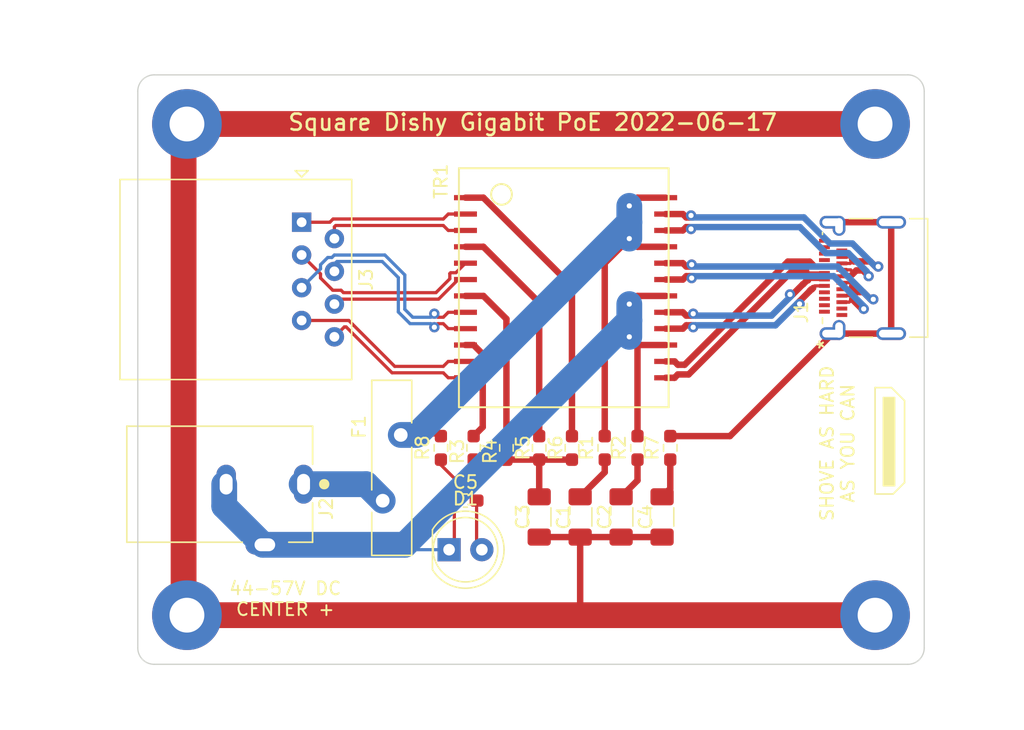
<source format=kicad_pcb>
(kicad_pcb (version 20171130) (host pcbnew 5.1.9+dfsg1-1)

  (general
    (thickness 1.6)
    (drawings 22)
    (tracks 271)
    (zones 0)
    (modules 23)
    (nets 43)
  )

  (page A4)
  (layers
    (0 F.Cu signal)
    (31 B.Cu signal)
    (32 B.Adhes user)
    (33 F.Adhes user)
    (34 B.Paste user)
    (35 F.Paste user)
    (36 B.SilkS user)
    (37 F.SilkS user)
    (38 B.Mask user)
    (39 F.Mask user)
    (40 Dwgs.User user)
    (41 Cmts.User user)
    (42 Eco1.User user)
    (43 Eco2.User user)
    (44 Edge.Cuts user)
    (45 Margin user)
    (46 B.CrtYd user)
    (47 F.CrtYd user)
    (48 B.Fab user)
    (49 F.Fab user)
  )

  (setup
    (last_trace_width 0.25)
    (user_trace_width 0.25)
    (user_trace_width 0.3)
    (user_trace_width 0.5)
    (user_trace_width 2)
    (trace_clearance 0.2)
    (zone_clearance 0.508)
    (zone_45_only no)
    (trace_min 0.2)
    (via_size 0.8)
    (via_drill 0.4)
    (via_min_size 0.4)
    (via_min_drill 0.3)
    (uvia_size 0.3)
    (uvia_drill 0.1)
    (uvias_allowed no)
    (uvia_min_size 0.2)
    (uvia_min_drill 0.1)
    (edge_width 0.05)
    (segment_width 0.2)
    (pcb_text_width 0.3)
    (pcb_text_size 1.5 1.5)
    (mod_edge_width 0.12)
    (mod_text_size 1 1)
    (mod_text_width 0.15)
    (pad_size 1.524 1.524)
    (pad_drill 0.762)
    (pad_to_mask_clearance 0)
    (aux_axis_origin 0 0)
    (visible_elements FFFFFF7F)
    (pcbplotparams
      (layerselection 0x010fc_ffffffff)
      (usegerberextensions false)
      (usegerberattributes true)
      (usegerberadvancedattributes true)
      (creategerberjobfile true)
      (excludeedgelayer true)
      (linewidth 0.100000)
      (plotframeref false)
      (viasonmask false)
      (mode 1)
      (useauxorigin false)
      (hpglpennumber 1)
      (hpglpenspeed 20)
      (hpglpendiameter 15.000000)
      (psnegative false)
      (psa4output false)
      (plotreference true)
      (plotvalue true)
      (plotinvisibletext false)
      (padsonsilk false)
      (subtractmaskfromsilk false)
      (outputformat 1)
      (mirror false)
      (drillshape 0)
      (scaleselection 1)
      (outputdirectory "gerbers/"))
  )

  (net 0 "")
  (net 1 "Net-(C1-Pad2)")
  (net 2 "Net-(C2-Pad2)")
  (net 3 "Net-(C3-Pad1)")
  (net 4 "Net-(C4-Pad2)")
  (net 5 "Net-(R3-Pad1)")
  (net 6 "Net-(R4-Pad1)")
  (net 7 "Net-(R5-Pad1)")
  (net 8 "Net-(R6-Pad1)")
  (net 9 "Net-(J1-PadA10)")
  (net 10 "Net-(J1-PadA3)")
  (net 11 "Net-(J1-PadB1)")
  (net 12 "Net-(J1-PadB12)")
  (net 13 "Net-(J1-PadB2)")
  (net 14 "Net-(J1-PadB11)")
  (net 15 "Net-(J1-PadA12)")
  (net 16 "Net-(J1-PadA11)")
  (net 17 "Net-(J1-PadA2)")
  (net 18 "Net-(J1-PadA1)")
  (net 19 /SL_B-)
  (net 20 /SL_B+)
  (net 21 /SL_Br+)
  (net 22 /SL_G-)
  (net 23 /SL_G+)
  (net 24 /SL_O-)
  (net 25 /SL_O+)
  (net 26 /Br-)
  (net 27 /Br+)
  (net 28 /G-)
  (net 29 /B+)
  (net 30 /B-)
  (net 31 /G+)
  (net 32 /O-)
  (net 33 /O+)
  (net 34 "Net-(J1-PadSH)")
  (net 35 "Net-(J1-PadA9)")
  (net 36 /SL_Br-)
  (net 37 "Net-(J1-PadA4)")
  (net 38 Earth)
  (net 39 "Net-(F1-Pad2)")
  (net 40 "Net-(F1-Pad1)")
  (net 41 "Net-(C5-Pad2)")
  (net 42 "Net-(C5-Pad1)")

  (net_class Default "This is the default net class."
    (clearance 0.2)
    (trace_width 0.25)
    (via_dia 0.8)
    (via_drill 0.4)
    (uvia_dia 0.3)
    (uvia_drill 0.1)
    (diff_pair_width 0.25)
    (diff_pair_gap 0.25)
    (add_net /B+)
    (add_net /B-)
    (add_net /Br+)
    (add_net /Br-)
    (add_net /G+)
    (add_net /G-)
    (add_net /O+)
    (add_net /O-)
    (add_net Earth)
    (add_net "Net-(C1-Pad2)")
    (add_net "Net-(C2-Pad2)")
    (add_net "Net-(C3-Pad1)")
    (add_net "Net-(C4-Pad2)")
    (add_net "Net-(C5-Pad1)")
    (add_net "Net-(C5-Pad2)")
    (add_net "Net-(F1-Pad1)")
    (add_net "Net-(F1-Pad2)")
    (add_net "Net-(J1-PadA10)")
    (add_net "Net-(J1-PadA12)")
    (add_net "Net-(J1-PadA3)")
    (add_net "Net-(J1-PadA4)")
    (add_net "Net-(J1-PadA9)")
    (add_net "Net-(J1-PadB1)")
    (add_net "Net-(J1-PadB12)")
    (add_net "Net-(J1-PadSH)")
    (add_net "Net-(R3-Pad1)")
    (add_net "Net-(R4-Pad1)")
    (add_net "Net-(R5-Pad1)")
    (add_net "Net-(R6-Pad1)")
  )

  (net_class J1 ""
    (clearance 0.2)
    (trace_width 0.5)
    (via_dia 0.8)
    (via_drill 0.4)
    (uvia_dia 0.3)
    (uvia_drill 0.1)
    (diff_pair_width 0.5)
    (diff_pair_gap 0.25)
    (add_net /SL_B+)
    (add_net /SL_B-)
    (add_net /SL_Br+)
    (add_net /SL_Br-)
    (add_net /SL_G+)
    (add_net /SL_G-)
    (add_net /SL_O+)
    (add_net /SL_O-)
    (add_net "Net-(J1-PadA1)")
    (add_net "Net-(J1-PadA11)")
    (add_net "Net-(J1-PadA2)")
    (add_net "Net-(J1-PadB11)")
    (add_net "Net-(J1-PadB2)")
  )

  (net_class J2 ""
    (clearance 0.2)
    (trace_width 1)
    (via_dia 0.8)
    (via_drill 0.4)
    (uvia_dia 0.3)
    (uvia_drill 0.1)
  )

  (module poe++:CUI_PJ-102AH (layer F.Cu) (tedit 62ACA005) (tstamp 62422722)
    (at 104.14 109.22 180)
    (path /626412F1)
    (fp_text reference J2 (at -8.255 -1.905 90) (layer F.SilkS)
      (effects (font (size 1.001213 1.001213) (thickness 0.15)))
    )
    (fp_text value Barrel_Jack_Switch (at 0.43042 5.78054) (layer F.Fab)
      (effects (font (size 1.000961 1.000961) (thickness 0.15)))
    )
    (fp_line (start -7.2 -4.5) (end 7.2 -4.5) (layer F.Fab) (width 0.127))
    (fp_line (start 7.2 4.5) (end -7.2 4.5) (layer F.Fab) (width 0.127))
    (fp_line (start -7.2 4.5) (end -7.2 -4.5) (layer F.Fab) (width 0.127))
    (fp_line (start 7.2 -4.5) (end 7.2 4.5) (layer F.SilkS) (width 0.127))
    (fp_line (start 7.2 4.5) (end -7.2 4.5) (layer F.SilkS) (width 0.127))
    (fp_line (start -7.2 -4.5) (end -5.35 -4.5) (layer F.SilkS) (width 0.127))
    (fp_line (start -7.2 4.5) (end -7.2 1.55) (layer F.SilkS) (width 0.127))
    (fp_line (start -1.75 -4.5) (end 7.2 -4.5) (layer F.SilkS) (width 0.127))
    (fp_line (start -7.2 -1.45) (end -7.2 -4.5) (layer F.SilkS) (width 0.127))
    (fp_line (start -7.45 -4.75) (end -5.35 -4.75) (layer F.CrtYd) (width 0.05))
    (fp_line (start -5.35 -4.75) (end -5.35 -5.8) (layer F.CrtYd) (width 0.05))
    (fp_line (start -5.35 -5.8) (end -1.65 -5.8) (layer F.CrtYd) (width 0.05))
    (fp_line (start -1.65 -5.8) (end -1.65 -4.75) (layer F.CrtYd) (width 0.05))
    (fp_line (start -1.65 -4.75) (end 7.5 -4.75) (layer F.CrtYd) (width 0.05))
    (fp_line (start 7.5 -4.75) (end 7.5 4.75) (layer F.CrtYd) (width 0.05))
    (fp_line (start 7.5 4.75) (end -7.45 4.75) (layer F.CrtYd) (width 0.05))
    (fp_line (start -7.45 4.75) (end -7.45 2.35) (layer F.CrtYd) (width 0.05))
    (fp_circle (center -8.1 0) (end -7.9 0) (layer F.SilkS) (width 0.4))
    (fp_line (start -7.45 -2.25) (end -7.45 -4.75) (layer F.CrtYd) (width 0.05))
    (fp_line (start -7.45 -2.25) (end -7.55 -2.25) (layer F.CrtYd) (width 0.05))
    (fp_line (start -7.55 -2.25) (end -7.55 2.35) (layer F.CrtYd) (width 0.05))
    (fp_line (start -7.55 2.35) (end -7.45 2.35) (layer F.CrtYd) (width 0.05))
    (fp_line (start 7.2 -4.5) (end 7.2 4.5) (layer F.Fab) (width 0.127))
    (pad 3 thru_hole oval (at -3.5 -4.7 180) (size 3.016 1.508) (drill oval 1.6 1) (layers *.Cu *.Mask)
      (net 42 "Net-(C5-Pad1)"))
    (pad 2 thru_hole oval (at -0.5 0 180) (size 1.508 3.016) (drill oval 1 1.6) (layers *.Cu *.Mask)
      (net 42 "Net-(C5-Pad1)"))
    (pad 1 thru_hole oval (at -6.5 0 180) (size 1.508 3.016) (drill oval 1 1.6) (layers *.Cu *.Mask)
      (net 39 "Net-(F1-Pad2)"))
    (model ${KIPRJMOD}/poe++.pretty/PJ-102AH.step
      (offset (xyz 7.188199999999999 0 6.5278))
      (scale (xyz 1 1 1))
      (rotate (xyz -90 0 -90))
    )
  )

  (module Capacitor_SMD:C_0603_1608Metric_Pad1.08x0.95mm_HandSolder (layer F.Cu) (tedit 5F68FEEF) (tstamp 624281D8)
    (at 123.19 110.49)
    (descr "Capacitor SMD 0603 (1608 Metric), square (rectangular) end terminal, IPC_7351 nominal with elongated pad for handsoldering. (Body size source: IPC-SM-782 page 76, https://www.pcb-3d.com/wordpress/wp-content/uploads/ipc-sm-782a_amendment_1_and_2.pdf), generated with kicad-footprint-generator")
    (tags "capacitor handsolder")
    (path /62494790)
    (attr smd)
    (fp_text reference C5 (at 0 -1.43) (layer F.SilkS)
      (effects (font (size 1 1) (thickness 0.15)))
    )
    (fp_text value "0.1 uF" (at 0 1.43) (layer F.Fab)
      (effects (font (size 1 1) (thickness 0.15)))
    )
    (fp_line (start 1.65 0.73) (end -1.65 0.73) (layer F.CrtYd) (width 0.05))
    (fp_line (start 1.65 -0.73) (end 1.65 0.73) (layer F.CrtYd) (width 0.05))
    (fp_line (start -1.65 -0.73) (end 1.65 -0.73) (layer F.CrtYd) (width 0.05))
    (fp_line (start -1.65 0.73) (end -1.65 -0.73) (layer F.CrtYd) (width 0.05))
    (fp_line (start -0.146267 0.51) (end 0.146267 0.51) (layer F.SilkS) (width 0.12))
    (fp_line (start -0.146267 -0.51) (end 0.146267 -0.51) (layer F.SilkS) (width 0.12))
    (fp_line (start 0.8 0.4) (end -0.8 0.4) (layer F.Fab) (width 0.1))
    (fp_line (start 0.8 -0.4) (end 0.8 0.4) (layer F.Fab) (width 0.1))
    (fp_line (start -0.8 -0.4) (end 0.8 -0.4) (layer F.Fab) (width 0.1))
    (fp_line (start -0.8 0.4) (end -0.8 -0.4) (layer F.Fab) (width 0.1))
    (fp_text user %R (at 0 0) (layer F.Fab)
      (effects (font (size 0.4 0.4) (thickness 0.06)))
    )
    (pad 2 smd roundrect (at 0.8625 0) (size 1.075 0.95) (layers F.Cu F.Paste F.Mask) (roundrect_rratio 0.25)
      (net 41 "Net-(C5-Pad2)"))
    (pad 1 smd roundrect (at -0.8625 0) (size 1.075 0.95) (layers F.Cu F.Paste F.Mask) (roundrect_rratio 0.25)
      (net 42 "Net-(C5-Pad1)"))
    (model ${KISYS3DMOD}/Capacitor_SMD.3dshapes/C_0603_1608Metric.wrl
      (at (xyz 0 0 0))
      (scale (xyz 1 1 1))
      (rotate (xyz 0 0 0))
    )
  )

  (module Resistor_SMD:R_0603_1608Metric_Pad0.98x0.95mm_HandSolder (layer F.Cu) (tedit 5F68FEEE) (tstamp 62427827)
    (at 121.285 106.4025 90)
    (descr "Resistor SMD 0603 (1608 Metric), square (rectangular) end terminal, IPC_7351 nominal with elongated pad for handsoldering. (Body size source: IPC-SM-782 page 72, https://www.pcb-3d.com/wordpress/wp-content/uploads/ipc-sm-782a_amendment_1_and_2.pdf), generated with kicad-footprint-generator")
    (tags "resistor handsolder")
    (path /6246D7E8)
    (attr smd)
    (fp_text reference R8 (at 0 -1.43 90) (layer F.SilkS)
      (effects (font (size 1 1) (thickness 0.15)))
    )
    (fp_text value "27k 1/8W" (at 0 1.43 90) (layer F.Fab)
      (effects (font (size 1 1) (thickness 0.15)))
    )
    (fp_line (start 1.65 0.73) (end -1.65 0.73) (layer F.CrtYd) (width 0.05))
    (fp_line (start 1.65 -0.73) (end 1.65 0.73) (layer F.CrtYd) (width 0.05))
    (fp_line (start -1.65 -0.73) (end 1.65 -0.73) (layer F.CrtYd) (width 0.05))
    (fp_line (start -1.65 0.73) (end -1.65 -0.73) (layer F.CrtYd) (width 0.05))
    (fp_line (start -0.254724 0.5225) (end 0.254724 0.5225) (layer F.SilkS) (width 0.12))
    (fp_line (start -0.254724 -0.5225) (end 0.254724 -0.5225) (layer F.SilkS) (width 0.12))
    (fp_line (start 0.8 0.4125) (end -0.8 0.4125) (layer F.Fab) (width 0.1))
    (fp_line (start 0.8 -0.4125) (end 0.8 0.4125) (layer F.Fab) (width 0.1))
    (fp_line (start -0.8 -0.4125) (end 0.8 -0.4125) (layer F.Fab) (width 0.1))
    (fp_line (start -0.8 0.4125) (end -0.8 -0.4125) (layer F.Fab) (width 0.1))
    (fp_text user %R (at 0 0 90) (layer F.Fab)
      (effects (font (size 0.4 0.4) (thickness 0.06)))
    )
    (pad 2 smd roundrect (at 0.9125 0 90) (size 0.975 0.95) (layers F.Cu F.Paste F.Mask) (roundrect_rratio 0.25)
      (net 40 "Net-(F1-Pad1)"))
    (pad 1 smd roundrect (at -0.9125 0 90) (size 0.975 0.95) (layers F.Cu F.Paste F.Mask) (roundrect_rratio 0.25)
      (net 41 "Net-(C5-Pad2)"))
    (model ${KISYS3DMOD}/Resistor_SMD.3dshapes/R_0603_1608Metric.wrl
      (at (xyz 0 0 0))
      (scale (xyz 1 1 1))
      (rotate (xyz 0 0 0))
    )
  )

  (module poe++:FUSRB510W81L1358T310H1980 (layer F.Cu) (tedit 62421689) (tstamp 62427B12)
    (at 117.475 107.95 270)
    (path /6245B3BD)
    (fp_text reference F1 (at -3.175 2.54 90) (layer F.SilkS)
      (effects (font (size 1.000803 1.000803) (thickness 0.15)))
    )
    (fp_text value Polyfuse_Small (at 9.3041 2.80773 90) (layer F.Fab)
      (effects (font (size 1.000976 1.000976) (thickness 0.15)))
    )
    (fp_line (start -6.79 1.55) (end 1.71 1.55) (layer F.SilkS) (width 0.127))
    (fp_line (start 3.46 1.55) (end 6.79 1.55) (layer F.SilkS) (width 0.127))
    (fp_line (start -1.59 -1.55) (end 6.79 -1.55) (layer F.SilkS) (width 0.127))
    (fp_line (start -6.79 -1.55) (end -3.49 -1.55) (layer F.SilkS) (width 0.127))
    (fp_line (start 6.79 -1.55) (end 6.79 1.55) (layer F.Fab) (width 0.127))
    (fp_line (start -6.79 -1.55) (end -6.79 1.55) (layer F.Fab) (width 0.127))
    (fp_line (start -6.79 -1.55) (end -6.79 1.55) (layer F.SilkS) (width 0.127))
    (fp_line (start -7.04 1.8) (end -7.04 -1.8) (layer F.CrtYd) (width 0.127))
    (fp_line (start 7.04 1.8) (end -7.04 1.8) (layer F.CrtYd) (width 0.127))
    (fp_line (start 7.04 -1.8) (end 7.04 1.8) (layer F.CrtYd) (width 0.127))
    (fp_line (start -7.04 -1.8) (end 7.04 -1.8) (layer F.CrtYd) (width 0.127))
    (fp_line (start 6.79 -1.55) (end 6.79 1.55) (layer F.SilkS) (width 0.127))
    (fp_line (start 6.79 -1.55) (end -6.79 -1.55) (layer F.Fab) (width 0.127))
    (fp_line (start -6.79 1.55) (end 6.79 1.55) (layer F.Fab) (width 0.127))
    (pad 2 thru_hole circle (at 2.55 0.7 270) (size 1.59 1.59) (drill 1.06) (layers *.Cu *.Mask)
      (net 39 "Net-(F1-Pad2)"))
    (pad 1 thru_hole circle (at -2.55 -0.7 270) (size 1.59 1.59) (drill 1.06) (layers *.Cu *.Mask)
      (net 40 "Net-(F1-Pad1)"))
    (model ${KIPRJMOD}/poe++.pretty/mf-rx185_72.stp
      (offset (xyz 0 0 9.525))
      (scale (xyz 1 1 1))
      (rotate (xyz -90 0 0))
    )
  )

  (module LED_THT:LED_D5.0mm (layer F.Cu) (tedit 5995936A) (tstamp 62427426)
    (at 121.92 114.3)
    (descr "LED, diameter 5.0mm, 2 pins, http://cdn-reichelt.de/documents/datenblatt/A500/LL-504BC2E-009.pdf")
    (tags "LED diameter 5.0mm 2 pins")
    (path /6246C30C)
    (fp_text reference D1 (at 1.27 -3.96) (layer F.SilkS)
      (effects (font (size 1 1) (thickness 0.15)))
    )
    (fp_text value LED_Small (at 1.27 3.96) (layer F.Fab)
      (effects (font (size 1 1) (thickness 0.15)))
    )
    (fp_line (start 4.5 -3.25) (end -1.95 -3.25) (layer F.CrtYd) (width 0.05))
    (fp_line (start 4.5 3.25) (end 4.5 -3.25) (layer F.CrtYd) (width 0.05))
    (fp_line (start -1.95 3.25) (end 4.5 3.25) (layer F.CrtYd) (width 0.05))
    (fp_line (start -1.95 -3.25) (end -1.95 3.25) (layer F.CrtYd) (width 0.05))
    (fp_line (start -1.29 -1.545) (end -1.29 1.545) (layer F.SilkS) (width 0.12))
    (fp_line (start -1.23 -1.469694) (end -1.23 1.469694) (layer F.Fab) (width 0.1))
    (fp_circle (center 1.27 0) (end 3.77 0) (layer F.SilkS) (width 0.12))
    (fp_circle (center 1.27 0) (end 3.77 0) (layer F.Fab) (width 0.1))
    (fp_text user %R (at 1.25 0) (layer F.Fab)
      (effects (font (size 0.8 0.8) (thickness 0.2)))
    )
    (fp_arc (start 1.27 0) (end -1.29 1.54483) (angle -148.9) (layer F.SilkS) (width 0.12))
    (fp_arc (start 1.27 0) (end -1.29 -1.54483) (angle 148.9) (layer F.SilkS) (width 0.12))
    (fp_arc (start 1.27 0) (end -1.23 -1.469694) (angle 299.1) (layer F.Fab) (width 0.1))
    (pad 2 thru_hole circle (at 2.54 0) (size 1.8 1.8) (drill 0.9) (layers *.Cu *.Mask)
      (net 41 "Net-(C5-Pad2)"))
    (pad 1 thru_hole rect (at 0 0) (size 1.8 1.8) (drill 0.9) (layers *.Cu *.Mask)
      (net 42 "Net-(C5-Pad1)"))
    (model ${KISYS3DMOD}/LED_THT.3dshapes/LED_D5.0mm.wrl
      (at (xyz 0 0 0))
      (scale (xyz 1 1 1))
      (rotate (xyz 0 0 0))
    )
  )

  (module MountingHole:MountingHole_2.7mm_M2.5_Pad (layer F.Cu) (tedit 56D1B4CB) (tstamp 62421487)
    (at 154.94 119.38)
    (descr "Mounting Hole 2.7mm, M2.5")
    (tags "mounting hole 2.7mm m2.5")
    (path /6261D102)
    (attr virtual)
    (fp_text reference H4 (at 0 -3.7) (layer F.SilkS) hide
      (effects (font (size 1 1) (thickness 0.15)))
    )
    (fp_text value MountingHole_Pad (at 0 3.7) (layer F.Fab)
      (effects (font (size 1 1) (thickness 0.15)))
    )
    (fp_circle (center 0 0) (end 2.7 0) (layer Cmts.User) (width 0.15))
    (fp_circle (center 0 0) (end 2.95 0) (layer F.CrtYd) (width 0.05))
    (fp_text user %R (at 0.3 0) (layer F.Fab)
      (effects (font (size 1 1) (thickness 0.15)))
    )
    (pad 1 thru_hole circle (at 0 0) (size 5.4 5.4) (drill 2.7) (layers *.Cu *.Mask)
      (net 38 Earth))
  )

  (module MountingHole:MountingHole_2.7mm_M2.5_Pad (layer F.Cu) (tedit 56D1B4CB) (tstamp 6242509C)
    (at 154.94 81.28)
    (descr "Mounting Hole 2.7mm, M2.5")
    (tags "mounting hole 2.7mm m2.5")
    (path /6261CC2C)
    (attr virtual)
    (fp_text reference H3 (at 0 -3.7) (layer F.SilkS) hide
      (effects (font (size 1 1) (thickness 0.15)))
    )
    (fp_text value MountingHole_Pad (at 0 3.7) (layer F.Fab)
      (effects (font (size 1 1) (thickness 0.15)))
    )
    (fp_circle (center 0 0) (end 2.7 0) (layer Cmts.User) (width 0.15))
    (fp_circle (center 0 0) (end 2.95 0) (layer F.CrtYd) (width 0.05))
    (fp_text user %R (at 0.3 0) (layer F.Fab)
      (effects (font (size 1 1) (thickness 0.15)))
    )
    (pad 1 thru_hole circle (at 0 0) (size 5.4 5.4) (drill 2.7) (layers *.Cu *.Mask)
      (net 38 Earth))
  )

  (module MountingHole:MountingHole_2.7mm_M2.5_Pad (layer F.Cu) (tedit 56D1B4CB) (tstamp 62421728)
    (at 101.6 119.38)
    (descr "Mounting Hole 2.7mm, M2.5")
    (tags "mounting hole 2.7mm m2.5")
    (path /6261C69B)
    (attr virtual)
    (fp_text reference H2 (at 0 -3.7) (layer F.SilkS) hide
      (effects (font (size 1 1) (thickness 0.15)))
    )
    (fp_text value MountingHole_Pad (at 0 3.7) (layer F.Fab)
      (effects (font (size 1 1) (thickness 0.15)))
    )
    (fp_circle (center 0 0) (end 2.7 0) (layer Cmts.User) (width 0.15))
    (fp_circle (center 0 0) (end 2.95 0) (layer F.CrtYd) (width 0.05))
    (fp_text user %R (at 0.3 0) (layer F.Fab)
      (effects (font (size 1 1) (thickness 0.15)))
    )
    (pad 1 thru_hole circle (at 0 0) (size 5.4 5.4) (drill 2.7) (layers *.Cu *.Mask)
      (net 38 Earth))
  )

  (module MountingHole:MountingHole_2.7mm_M2.5_Pad (layer F.Cu) (tedit 56D1B4CB) (tstamp 6242146F)
    (at 101.6 81.28)
    (descr "Mounting Hole 2.7mm, M2.5")
    (tags "mounting hole 2.7mm m2.5")
    (path /6261B9CB)
    (attr virtual)
    (fp_text reference H1 (at 0 -3.7) (layer F.SilkS) hide
      (effects (font (size 1 1) (thickness 0.15)))
    )
    (fp_text value MountingHole_Pad (at 0 3.7) (layer F.Fab)
      (effects (font (size 1 1) (thickness 0.15)))
    )
    (fp_circle (center 0 0) (end 2.7 0) (layer Cmts.User) (width 0.15))
    (fp_circle (center 0 0) (end 2.95 0) (layer F.CrtYd) (width 0.05))
    (fp_text user %R (at 0.3 0) (layer F.Fab)
      (effects (font (size 1 1) (thickness 0.15)))
    )
    (pad 1 thru_hole circle (at 0 0) (size 5.4 5.4) (drill 2.7) (layers *.Cu *.Mask)
      (net 38 Earth))
  )

  (module poe++:USB4080-03-A (layer F.Cu) (tedit 6241D583) (tstamp 62424FB7)
    (at 154.94 93.218 90)
    (path /62573B4D)
    (fp_text reference J1 (at -2.667 -5.715 90) (layer F.SilkS)
      (effects (font (size 1 1) (thickness 0.15)))
    )
    (fp_text value USB4080-03-A (at 0 -3.9243 90) (layer F.SilkS) hide
      (effects (font (size 1 1) (thickness 0.15)))
    )
    (fp_line (start 3.57124 -4.55676) (end 3.57124 -4.2037) (layer F.CrtYd) (width 0.05))
    (fp_line (start 5.06984 -4.55676) (end 3.57124 -4.55676) (layer F.CrtYd) (width 0.05))
    (fp_line (start 5.06984 -2.04216) (end 5.06984 -4.55676) (layer F.CrtYd) (width 0.05))
    (fp_line (start 4.7244 -2.04216) (end 5.06984 -2.04216) (layer F.CrtYd) (width 0.05))
    (fp_line (start 4.7244 -0.16002) (end 4.7244 -2.04216) (layer F.CrtYd) (width 0.05))
    (fp_line (start 5.06984 -0.16002) (end 4.7244 -0.16002) (layer F.CrtYd) (width 0.05))
    (fp_line (start 5.06984 2.65938) (end 5.06984 -0.16002) (layer F.CrtYd) (width 0.05))
    (fp_line (start 4.7244 2.65938) (end 5.06984 2.65938) (layer F.CrtYd) (width 0.05))
    (fp_line (start 4.7244 4.2037) (end 4.7244 2.65938) (layer F.CrtYd) (width 0.05))
    (fp_line (start -4.7244 4.2037) (end 4.7244 4.2037) (layer F.CrtYd) (width 0.05))
    (fp_line (start -4.7244 2.65938) (end -4.7244 4.2037) (layer F.CrtYd) (width 0.05))
    (fp_line (start -5.06984 2.65938) (end -4.7244 2.65938) (layer F.CrtYd) (width 0.05))
    (fp_line (start -5.06984 -0.16002) (end -5.06984 2.65938) (layer F.CrtYd) (width 0.05))
    (fp_line (start -4.7244 -0.16002) (end -5.06984 -0.16002) (layer F.CrtYd) (width 0.05))
    (fp_line (start -4.7244 -2.04216) (end -4.7244 -0.16002) (layer F.CrtYd) (width 0.05))
    (fp_line (start -5.06984 -2.04216) (end -4.7244 -2.04216) (layer F.CrtYd) (width 0.05))
    (fp_line (start -5.06984 -4.55676) (end -5.06984 -2.04216) (layer F.CrtYd) (width 0.05))
    (fp_line (start -3.57124 -4.55676) (end -5.06984 -4.55676) (layer F.CrtYd) (width 0.05))
    (fp_line (start -3.57124 -4.2037) (end -3.57124 -4.55676) (layer F.CrtYd) (width 0.05))
    (fp_line (start -3.02768 -4.2037) (end -3.57124 -4.2037) (layer F.CrtYd) (width 0.05))
    (fp_line (start -3.02768 -4.5974) (end -3.02768 -4.2037) (layer F.CrtYd) (width 0.05))
    (fp_line (start 3.2893 -4.5974) (end -3.02768 -4.5974) (layer F.CrtYd) (width 0.05))
    (fp_line (start 3.2893 -4.2037) (end 3.2893 -4.5974) (layer F.CrtYd) (width 0.05))
    (fp_line (start 3.57124 -4.2037) (end 3.2893 -4.2037) (layer F.CrtYd) (width 0.05))
    (fp_line (start 5.06984 -2.04216) (end 5.06984 -4.55676) (layer F.CrtYd) (width 0.05))
    (fp_line (start 4.7244 -2.04216) (end 5.06984 -2.04216) (layer F.CrtYd) (width 0.05))
    (fp_line (start 4.7244 -0.16002) (end 4.7244 -2.04216) (layer F.CrtYd) (width 0.05))
    (fp_line (start 5.06984 -0.16002) (end 4.7244 -0.16002) (layer F.CrtYd) (width 0.05))
    (fp_line (start 5.06984 2.65938) (end 5.06984 -0.16002) (layer F.CrtYd) (width 0.05))
    (fp_line (start 4.7244 2.65938) (end 5.06984 2.65938) (layer F.CrtYd) (width 0.05))
    (fp_line (start 4.7244 4.2037) (end 4.7244 2.65938) (layer F.CrtYd) (width 0.05))
    (fp_line (start -4.7244 4.2037) (end 4.7244 4.2037) (layer F.CrtYd) (width 0.05))
    (fp_line (start -4.7244 2.65938) (end -4.7244 4.2037) (layer F.CrtYd) (width 0.05))
    (fp_line (start -5.06984 2.65938) (end -4.7244 2.65938) (layer F.CrtYd) (width 0.05))
    (fp_line (start -5.06984 -0.16002) (end -5.06984 2.65938) (layer F.CrtYd) (width 0.05))
    (fp_line (start -4.7244 -0.16002) (end -5.06984 -0.16002) (layer F.CrtYd) (width 0.05))
    (fp_line (start -4.7244 -2.04216) (end -4.7244 -0.16002) (layer F.CrtYd) (width 0.05))
    (fp_line (start -5.06984 -2.04216) (end -4.7244 -2.04216) (layer F.CrtYd) (width 0.05))
    (fp_line (start -5.06984 -4.55676) (end -5.06984 -2.04216) (layer F.CrtYd) (width 0.05))
    (fp_line (start -3.57124 -4.55676) (end -5.06984 -4.55676) (layer F.CrtYd) (width 0.05))
    (fp_line (start -3.57124 -4.2037) (end -3.57124 -4.55676) (layer F.CrtYd) (width 0.05))
    (fp_line (start -3.02768 -4.2037) (end -3.57124 -4.2037) (layer F.CrtYd) (width 0.05))
    (fp_line (start -3.02768 -4.5974) (end -3.02768 -4.2037) (layer F.CrtYd) (width 0.05))
    (fp_line (start 3.2893 -4.5974) (end -3.02768 -4.5974) (layer F.CrtYd) (width 0.05))
    (fp_line (start 3.2893 -4.2037) (end 3.2893 -4.5974) (layer F.CrtYd) (width 0.05))
    (fp_line (start 3.57124 -4.2037) (end 3.2893 -4.2037) (layer F.CrtYd) (width 0.05))
    (fp_line (start 3.57124 -4.55676) (end 3.57124 -4.2037) (layer F.CrtYd) (width 0.05))
    (fp_line (start 4.5974 -0.191104) (end 4.5974 -2.011076) (layer F.SilkS) (width 0.12))
    (fp_line (start -4.5974 2.690464) (end -4.5974 4.0767) (layer F.SilkS) (width 0.12))
    (fp_line (start 0 -3.9497) (end 0 -3.9497) (layer F.Fab) (width 0.1))
    (fp_line (start 0 -3.9497) (end 0 -3.9497) (layer F.Fab) (width 0.1))
    (fp_line (start 0 -3.9497) (end 0 -3.9497) (layer F.Fab) (width 0.1))
    (fp_line (start 0 -3.9497) (end 0 -3.9497) (layer F.Fab) (width 0.1))
    (fp_line (start -3.10642 -4.0767) (end -3.537495 -4.0767) (layer F.SilkS) (width 0.12))
    (fp_line (start -4.4704 -3.9497) (end -4.4704 3.9497) (layer F.Fab) (width 0.1))
    (fp_line (start 4.4704 -3.9497) (end -4.4704 -3.9497) (layer F.Fab) (width 0.1))
    (fp_line (start 4.4704 3.9497) (end 4.4704 -3.9497) (layer F.Fab) (width 0.1))
    (fp_line (start -4.4704 3.9497) (end 4.4704 3.9497) (layer F.Fab) (width 0.1))
    (fp_line (start -4.5974 -2.011076) (end -4.5974 -0.191104) (layer F.SilkS) (width 0.12))
    (fp_line (start 3.537495 -4.0767) (end 3.36804 -4.0767) (layer F.SilkS) (width 0.12))
    (fp_line (start 4.5974 4.0767) (end 4.5974 2.690464) (layer F.SilkS) (width 0.12))
    (fp_line (start -4.5974 4.0767) (end 4.5974 4.0767) (layer F.SilkS) (width 0.12))
    (fp_line (start 5.06984 -4.55676) (end 3.57124 -4.55676) (layer F.CrtYd) (width 0.05))
    (fp_text user "Copyright 2021 Accelerated Designs. All rights reserved." (at 0 0 90) (layer Cmts.User)
      (effects (font (size 0.127 0.127) (thickness 0.002)))
    )
    (fp_text user * (at -5.16128 -3.9243 90) (layer F.Fab)
      (effects (font (size 1 1) (thickness 0.15)))
    )
    (fp_text user * (at -5.16128 -3.9243 90) (layer F.SilkS)
      (effects (font (size 1 1) (thickness 0.15)))
    )
    (fp_text user * (at -5.16128 -3.9243 90) (layer F.Fab)
      (effects (font (size 1 1) (thickness 0.15)))
    )
    (fp_text user * (at -5.16128 -3.9243 90) (layer F.SilkS)
      (effects (font (size 1 1) (thickness 0.15)))
    )
    (pad SH thru_hole oval (at 4.04114 -2.79146 90) (size 1.5494 0.9906) (drill oval 1.19888 0.59944) (layers *.Cu *.Mask)
      (net 34 "Net-(J1-PadSH)"))
    (pad SH thru_hole oval (at -4.04114 -2.79146 90) (size 1.5494 0.9906) (drill oval 1.19888 0.59944) (layers *.Cu *.Mask)
      (net 34 "Net-(J1-PadSH)"))
    (pad SH thru_hole oval (at 4.32054 -3.29946 90) (size 0.9906 2.0066) (drill oval 0.59944 1.6002) (layers *.Cu *.Mask)
      (net 34 "Net-(J1-PadSH)"))
    (pad SH thru_hole oval (at -4.32054 -3.29946 90) (size 0.9906 2.0066) (drill oval 0.59944 1.6002) (layers *.Cu *.Mask)
      (net 34 "Net-(J1-PadSH)"))
    (pad SH thru_hole oval (at 4.32054 1.24968 90) (size 0.9906 2.3114) (drill oval 0.59944 1.89992) (layers *.Cu *.Mask)
      (net 34 "Net-(J1-PadSH)"))
    (pad SH thru_hole oval (at -4.32054 1.24968 90) (size 0.9906 2.3114) (drill oval 0.59944 1.89992) (layers *.Cu *.Mask)
      (net 34 "Net-(J1-PadSH)"))
    (pad 26 np_thru_hole circle (at 3.39979 -1.95072 90) (size 0.5588 0.5588) (drill 0.5588) (layers *.Cu *.Mask))
    (pad 25 np_thru_hole circle (at -3.39979 -1.95072 90) (size 0.5588 0.5588) (drill 0.5588) (layers *.Cu *.Mask))
    (pad B1 smd rect (at 2.62528 -2.57556 90) (size 0.3048 0.8382) (layers F.Cu F.Paste F.Mask)
      (net 11 "Net-(J1-PadB1)"))
    (pad B2 smd rect (at 2.1249 -2.57556 90) (size 0.3048 0.8382) (layers F.Cu F.Paste F.Mask)
      (net 13 "Net-(J1-PadB2)"))
    (pad B3 smd rect (at 1.62452 -2.57556 90) (size 0.3048 0.8382) (layers F.Cu F.Paste F.Mask)
      (net 25 /SL_O+))
    (pad B4 smd rect (at 1.12414 -2.57556 90) (size 0.3048 0.8382) (layers F.Cu F.Paste F.Mask)
      (net 25 /SL_O+))
    (pad B5 smd rect (at 0.62376 -2.57556 90) (size 0.3048 0.8382) (layers F.Cu F.Paste F.Mask)
      (net 24 /SL_O-))
    (pad B6 smd rect (at 0.12338 -2.57556 90) (size 0.3048 0.8382) (layers F.Cu F.Paste F.Mask)
      (net 24 /SL_O-))
    (pad B7 smd rect (at -0.377 -2.57556 90) (size 0.3048 0.8382) (layers F.Cu F.Paste F.Mask)
      (net 23 /SL_G+))
    (pad B8 smd rect (at -0.87738 -2.57556 90) (size 0.3048 0.8382) (layers F.Cu F.Paste F.Mask)
      (net 23 /SL_G+))
    (pad B9 smd rect (at -1.37776 -2.57556 90) (size 0.3048 0.8382) (layers F.Cu F.Paste F.Mask)
      (net 22 /SL_G-))
    (pad B10 smd rect (at -1.87814 -2.57556 90) (size 0.3048 0.8382) (layers F.Cu F.Paste F.Mask)
      (net 22 /SL_G-))
    (pad B11 smd rect (at -2.37852 -2.57556 90) (size 0.3048 0.8382) (layers F.Cu F.Paste F.Mask)
      (net 14 "Net-(J1-PadB11)"))
    (pad B12 smd rect (at -2.8789 -2.57556 90) (size 0.3048 0.8382) (layers F.Cu F.Paste F.Mask)
      (net 12 "Net-(J1-PadB12)"))
    (pad A12 smd rect (at 2.8829 -3.9243 90) (size 0.3048 0.8382) (layers F.Cu F.Paste F.Mask)
      (net 15 "Net-(J1-PadA12)"))
    (pad A11 smd rect (at 2.38252 -3.9243 90) (size 0.3048 0.8382) (layers F.Cu F.Paste F.Mask)
      (net 16 "Net-(J1-PadA11)"))
    (pad A10 smd rect (at 1.88214 -3.9243 90) (size 0.3048 0.8382) (layers F.Cu F.Paste F.Mask)
      (net 9 "Net-(J1-PadA10)"))
    (pad A9 smd rect (at 1.38176 -3.9243 90) (size 0.3048 0.8382) (layers F.Cu F.Paste F.Mask)
      (net 35 "Net-(J1-PadA9)"))
    (pad A8 smd rect (at 0.88138 -3.9243 90) (size 0.3048 0.8382) (layers F.Cu F.Paste F.Mask)
      (net 21 /SL_Br+))
    (pad A7 smd rect (at 0.381 -3.9243 90) (size 0.3048 0.8382) (layers F.Cu F.Paste F.Mask)
      (net 36 /SL_Br-))
    (pad A6 smd rect (at -0.11938 -3.9243 90) (size 0.3048 0.8382) (layers F.Cu F.Paste F.Mask)
      (net 20 /SL_B+))
    (pad A5 smd rect (at -0.61976 -3.9243 90) (size 0.3048 0.8382) (layers F.Cu F.Paste F.Mask)
      (net 19 /SL_B-))
    (pad A4 smd rect (at -1.12014 -3.9243 90) (size 0.3048 0.8382) (layers F.Cu F.Paste F.Mask)
      (net 37 "Net-(J1-PadA4)"))
    (pad A3 smd rect (at -1.62052 -3.9243 90) (size 0.3048 0.8382) (layers F.Cu F.Paste F.Mask)
      (net 10 "Net-(J1-PadA3)"))
    (pad A2 smd rect (at -2.1209 -3.9243 90) (size 0.3048 0.8382) (layers F.Cu F.Paste F.Mask)
      (net 17 "Net-(J1-PadA2)"))
    (pad A1 smd rect (at -2.62128 -3.9243 90) (size 0.3048 0.8382) (layers F.Cu F.Paste F.Mask)
      (net 18 "Net-(J1-PadA1)"))
    (model ${KIPRJMOD}/poe++.pretty/USB4080-03-A--3DModel-STEP-418109.STEP
      (offset (xyz 0 3.3 0))
      (scale (xyz 1 1 1))
      (rotate (xyz -90 0 0))
    )
  )

  (module poe++:WA8704-ALD (layer F.Cu) (tedit 6241064D) (tstamp 624254D6)
    (at 123.19 86.995 270)
    (path /6241F5DB)
    (fp_text reference TR1 (at -1.27 1.905 90) (layer F.SilkS)
      (effects (font (size 1 1) (thickness 0.15)))
    )
    (fp_text value WA8704-AL (at 0 -0.5 90) (layer F.Fab)
      (effects (font (size 1 1) (thickness 0.15)))
    )
    (fp_line (start -2.286 0.508) (end 16.256 0.508) (layer F.SilkS) (width 0.15))
    (fp_line (start 16.256 0.508) (end 16.256 -15.748) (layer F.SilkS) (width 0.15))
    (fp_line (start 16.256 -15.748) (end -2.286 -15.748) (layer F.SilkS) (width 0.15))
    (fp_line (start -2.286 -15.748) (end -2.286 0.508) (layer F.SilkS) (width 0.15))
    (fp_circle (center -0.254 -2.794) (end 0 -3.556) (layer F.SilkS) (width 0.15))
    (pad 13 smd rect (at 13.97 -15.5194 270) (size 0.4064 1.778) (layers F.Cu F.Paste F.Mask)
      (net 36 /SL_Br-))
    (pad 24 smd rect (at 0 -15.5194 270) (size 0.4064 1.778) (layers F.Cu F.Paste F.Mask)
      (net 40 "Net-(F1-Pad1)"))
    (pad 23 smd rect (at 1.27 -15.5194 270) (size 0.4064 1.778) (layers F.Cu F.Paste F.Mask)
      (net 25 /SL_O+))
    (pad 22 smd rect (at 2.54 -15.5194 270) (size 0.4064 1.778) (layers F.Cu F.Paste F.Mask)
      (net 24 /SL_O-))
    (pad 21 smd rect (at 3.81 -15.5194 270) (size 0.4064 1.778) (layers F.Cu F.Paste F.Mask)
      (net 40 "Net-(F1-Pad1)"))
    (pad 20 smd rect (at 5.08 -15.5194 270) (size 0.4064 1.778) (layers F.Cu F.Paste F.Mask)
      (net 23 /SL_G+))
    (pad 19 smd rect (at 6.35 -15.5194 270) (size 0.4064 1.778) (layers F.Cu F.Paste F.Mask)
      (net 22 /SL_G-))
    (pad 18 smd rect (at 7.62 -15.5194 270) (size 0.4064 1.778) (layers F.Cu F.Paste F.Mask)
      (net 42 "Net-(C5-Pad1)"))
    (pad 17 smd rect (at 8.89 -15.5194 270) (size 0.4064 1.778) (layers F.Cu F.Paste F.Mask)
      (net 20 /SL_B+))
    (pad 16 smd rect (at 10.16 -15.5194 270) (size 0.4064 1.778) (layers F.Cu F.Paste F.Mask)
      (net 19 /SL_B-))
    (pad 15 smd rect (at 11.43 -15.5194 270) (size 0.4064 1.778) (layers F.Cu F.Paste F.Mask)
      (net 42 "Net-(C5-Pad1)"))
    (pad 14 smd rect (at 12.7 -15.5194 270) (size 0.4064 1.778) (layers F.Cu F.Paste F.Mask)
      (net 21 /SL_Br+))
    (pad 12 smd rect (at 13.97 0 270) (size 0.4064 1.778) (layers F.Cu F.Paste F.Mask)
      (net 26 /Br-))
    (pad 11 smd rect (at 12.7 0 270) (size 0.4064 1.778) (layers F.Cu F.Paste F.Mask)
      (net 27 /Br+))
    (pad 10 smd rect (at 11.43 0 270) (size 0.4064 1.778) (layers F.Cu F.Paste F.Mask)
      (net 5 "Net-(R3-Pad1)"))
    (pad 9 smd rect (at 10.16 0 270) (size 0.4064 1.778) (layers F.Cu F.Paste F.Mask)
      (net 30 /B-))
    (pad 8 smd rect (at 8.89 0 270) (size 0.4064 1.778) (layers F.Cu F.Paste F.Mask)
      (net 29 /B+))
    (pad 7 smd rect (at 7.62 0 270) (size 0.4064 1.778) (layers F.Cu F.Paste F.Mask)
      (net 6 "Net-(R4-Pad1)"))
    (pad 6 smd rect (at 6.35 0 270) (size 0.4064 1.778) (layers F.Cu F.Paste F.Mask)
      (net 28 /G-))
    (pad 5 smd rect (at 5.08 0 270) (size 0.4064 1.778) (layers F.Cu F.Paste F.Mask)
      (net 31 /G+))
    (pad 4 smd rect (at 3.81 0 270) (size 0.4064 1.778) (layers F.Cu F.Paste F.Mask)
      (net 7 "Net-(R5-Pad1)"))
    (pad 3 smd rect (at 2.54 0 270) (size 0.4064 1.778) (layers F.Cu F.Paste F.Mask)
      (net 32 /O-))
    (pad 2 smd rect (at 1.27 0 270) (size 0.4064 1.778) (layers F.Cu F.Paste F.Mask)
      (net 33 /O+))
    (pad 1 smd rect (at 0 0 270) (size 0.4064 1.778) (layers F.Cu F.Paste F.Mask)
      (net 8 "Net-(R6-Pad1)"))
    (model ${KIPRJMOD}/poe++.pretty/Coilcraft-WA8704-AL.STEP
      (offset (xyz 7 7.7 0))
      (scale (xyz 1 1 1))
      (rotate (xyz -90 0 90))
    )
  )

  (module Resistor_SMD:R_0603_1608Metric_Pad0.98x0.95mm_HandSolder (layer F.Cu) (tedit 5F68FEEE) (tstamp 62420F5B)
    (at 139.065 106.4025 90)
    (descr "Resistor SMD 0603 (1608 Metric), square (rectangular) end terminal, IPC_7351 nominal with elongated pad for handsoldering. (Body size source: IPC-SM-782 page 72, https://www.pcb-3d.com/wordpress/wp-content/uploads/ipc-sm-782a_amendment_1_and_2.pdf), generated with kicad-footprint-generator")
    (tags "resistor handsolder")
    (path /624B847D)
    (attr smd)
    (fp_text reference R7 (at 0 -1.43 90) (layer F.SilkS)
      (effects (font (size 1 1) (thickness 0.15)))
    )
    (fp_text value 75 (at 0 1.43 90) (layer F.Fab)
      (effects (font (size 1 1) (thickness 0.15)))
    )
    (fp_line (start -0.8 0.4125) (end -0.8 -0.4125) (layer F.Fab) (width 0.1))
    (fp_line (start -0.8 -0.4125) (end 0.8 -0.4125) (layer F.Fab) (width 0.1))
    (fp_line (start 0.8 -0.4125) (end 0.8 0.4125) (layer F.Fab) (width 0.1))
    (fp_line (start 0.8 0.4125) (end -0.8 0.4125) (layer F.Fab) (width 0.1))
    (fp_line (start -0.254724 -0.5225) (end 0.254724 -0.5225) (layer F.SilkS) (width 0.12))
    (fp_line (start -0.254724 0.5225) (end 0.254724 0.5225) (layer F.SilkS) (width 0.12))
    (fp_line (start -1.65 0.73) (end -1.65 -0.73) (layer F.CrtYd) (width 0.05))
    (fp_line (start -1.65 -0.73) (end 1.65 -0.73) (layer F.CrtYd) (width 0.05))
    (fp_line (start 1.65 -0.73) (end 1.65 0.73) (layer F.CrtYd) (width 0.05))
    (fp_line (start 1.65 0.73) (end -1.65 0.73) (layer F.CrtYd) (width 0.05))
    (fp_text user %R (at 0 0 90) (layer F.Fab)
      (effects (font (size 0.4 0.4) (thickness 0.06)))
    )
    (pad 2 smd roundrect (at 0.9125 0 90) (size 0.975 0.95) (layers F.Cu F.Paste F.Mask) (roundrect_rratio 0.25)
      (net 34 "Net-(J1-PadSH)"))
    (pad 1 smd roundrect (at -0.9125 0 90) (size 0.975 0.95) (layers F.Cu F.Paste F.Mask) (roundrect_rratio 0.25)
      (net 4 "Net-(C4-Pad2)"))
    (model ${KISYS3DMOD}/Resistor_SMD.3dshapes/R_0603_1608Metric.wrl
      (at (xyz 0 0 0))
      (scale (xyz 1 1 1))
      (rotate (xyz 0 0 0))
    )
  )

  (module Resistor_SMD:R_0603_1608Metric_Pad0.98x0.95mm_HandSolder (layer F.Cu) (tedit 5F68FEEE) (tstamp 62422E6F)
    (at 131.445 106.4025 270)
    (descr "Resistor SMD 0603 (1608 Metric), square (rectangular) end terminal, IPC_7351 nominal with elongated pad for handsoldering. (Body size source: IPC-SM-782 page 72, https://www.pcb-3d.com/wordpress/wp-content/uploads/ipc-sm-782a_amendment_1_and_2.pdf), generated with kicad-footprint-generator")
    (tags "resistor handsolder")
    (path /6246A65C)
    (attr smd)
    (fp_text reference R6 (at 0 1.27 90) (layer F.SilkS)
      (effects (font (size 1 1) (thickness 0.15)))
    )
    (fp_text value 75 (at 0 1.43 90) (layer F.Fab)
      (effects (font (size 1 1) (thickness 0.15)))
    )
    (fp_line (start -0.8 0.4125) (end -0.8 -0.4125) (layer F.Fab) (width 0.1))
    (fp_line (start -0.8 -0.4125) (end 0.8 -0.4125) (layer F.Fab) (width 0.1))
    (fp_line (start 0.8 -0.4125) (end 0.8 0.4125) (layer F.Fab) (width 0.1))
    (fp_line (start 0.8 0.4125) (end -0.8 0.4125) (layer F.Fab) (width 0.1))
    (fp_line (start -0.254724 -0.5225) (end 0.254724 -0.5225) (layer F.SilkS) (width 0.12))
    (fp_line (start -0.254724 0.5225) (end 0.254724 0.5225) (layer F.SilkS) (width 0.12))
    (fp_line (start -1.65 0.73) (end -1.65 -0.73) (layer F.CrtYd) (width 0.05))
    (fp_line (start -1.65 -0.73) (end 1.65 -0.73) (layer F.CrtYd) (width 0.05))
    (fp_line (start 1.65 -0.73) (end 1.65 0.73) (layer F.CrtYd) (width 0.05))
    (fp_line (start 1.65 0.73) (end -1.65 0.73) (layer F.CrtYd) (width 0.05))
    (fp_text user %R (at 0 0 90) (layer F.Fab)
      (effects (font (size 0.4 0.4) (thickness 0.06)))
    )
    (pad 2 smd roundrect (at 0.9125 0 270) (size 0.975 0.95) (layers F.Cu F.Paste F.Mask) (roundrect_rratio 0.25)
      (net 3 "Net-(C3-Pad1)"))
    (pad 1 smd roundrect (at -0.9125 0 270) (size 0.975 0.95) (layers F.Cu F.Paste F.Mask) (roundrect_rratio 0.25)
      (net 8 "Net-(R6-Pad1)"))
    (model ${KISYS3DMOD}/Resistor_SMD.3dshapes/R_0603_1608Metric.wrl
      (at (xyz 0 0 0))
      (scale (xyz 1 1 1))
      (rotate (xyz 0 0 0))
    )
  )

  (module Resistor_SMD:R_0603_1608Metric_Pad0.98x0.95mm_HandSolder (layer F.Cu) (tedit 5F68FEEE) (tstamp 62416ECF)
    (at 128.905 106.4025 270)
    (descr "Resistor SMD 0603 (1608 Metric), square (rectangular) end terminal, IPC_7351 nominal with elongated pad for handsoldering. (Body size source: IPC-SM-782 page 72, https://www.pcb-3d.com/wordpress/wp-content/uploads/ipc-sm-782a_amendment_1_and_2.pdf), generated with kicad-footprint-generator")
    (tags "resistor handsolder")
    (path /6246A01C)
    (attr smd)
    (fp_text reference R5 (at 0 1.27 90) (layer F.SilkS)
      (effects (font (size 1 1) (thickness 0.15)))
    )
    (fp_text value 75 (at 0 1.43 90) (layer F.Fab)
      (effects (font (size 1 1) (thickness 0.15)))
    )
    (fp_line (start -0.8 0.4125) (end -0.8 -0.4125) (layer F.Fab) (width 0.1))
    (fp_line (start -0.8 -0.4125) (end 0.8 -0.4125) (layer F.Fab) (width 0.1))
    (fp_line (start 0.8 -0.4125) (end 0.8 0.4125) (layer F.Fab) (width 0.1))
    (fp_line (start 0.8 0.4125) (end -0.8 0.4125) (layer F.Fab) (width 0.1))
    (fp_line (start -0.254724 -0.5225) (end 0.254724 -0.5225) (layer F.SilkS) (width 0.12))
    (fp_line (start -0.254724 0.5225) (end 0.254724 0.5225) (layer F.SilkS) (width 0.12))
    (fp_line (start -1.65 0.73) (end -1.65 -0.73) (layer F.CrtYd) (width 0.05))
    (fp_line (start -1.65 -0.73) (end 1.65 -0.73) (layer F.CrtYd) (width 0.05))
    (fp_line (start 1.65 -0.73) (end 1.65 0.73) (layer F.CrtYd) (width 0.05))
    (fp_line (start 1.65 0.73) (end -1.65 0.73) (layer F.CrtYd) (width 0.05))
    (fp_text user %R (at 0 0 90) (layer F.Fab)
      (effects (font (size 0.4 0.4) (thickness 0.06)))
    )
    (pad 2 smd roundrect (at 0.9125 0 270) (size 0.975 0.95) (layers F.Cu F.Paste F.Mask) (roundrect_rratio 0.25)
      (net 3 "Net-(C3-Pad1)"))
    (pad 1 smd roundrect (at -0.9125 0 270) (size 0.975 0.95) (layers F.Cu F.Paste F.Mask) (roundrect_rratio 0.25)
      (net 7 "Net-(R5-Pad1)"))
    (model ${KISYS3DMOD}/Resistor_SMD.3dshapes/R_0603_1608Metric.wrl
      (at (xyz 0 0 0))
      (scale (xyz 1 1 1))
      (rotate (xyz 0 0 0))
    )
  )

  (module Resistor_SMD:R_0603_1608Metric_Pad0.98x0.95mm_HandSolder (layer F.Cu) (tedit 5F68FEEE) (tstamp 62416EBE)
    (at 126.365 106.4025 270)
    (descr "Resistor SMD 0603 (1608 Metric), square (rectangular) end terminal, IPC_7351 nominal with elongated pad for handsoldering. (Body size source: IPC-SM-782 page 72, https://www.pcb-3d.com/wordpress/wp-content/uploads/ipc-sm-782a_amendment_1_and_2.pdf), generated with kicad-footprint-generator")
    (tags "resistor handsolder")
    (path /62469A87)
    (attr smd)
    (fp_text reference R4 (at 0.2775 1.27 90) (layer F.SilkS)
      (effects (font (size 1 1) (thickness 0.15)))
    )
    (fp_text value 75 (at 0 1.43 90) (layer F.Fab)
      (effects (font (size 1 1) (thickness 0.15)))
    )
    (fp_line (start -0.8 0.4125) (end -0.8 -0.4125) (layer F.Fab) (width 0.1))
    (fp_line (start -0.8 -0.4125) (end 0.8 -0.4125) (layer F.Fab) (width 0.1))
    (fp_line (start 0.8 -0.4125) (end 0.8 0.4125) (layer F.Fab) (width 0.1))
    (fp_line (start 0.8 0.4125) (end -0.8 0.4125) (layer F.Fab) (width 0.1))
    (fp_line (start -0.254724 -0.5225) (end 0.254724 -0.5225) (layer F.SilkS) (width 0.12))
    (fp_line (start -0.254724 0.5225) (end 0.254724 0.5225) (layer F.SilkS) (width 0.12))
    (fp_line (start -1.65 0.73) (end -1.65 -0.73) (layer F.CrtYd) (width 0.05))
    (fp_line (start -1.65 -0.73) (end 1.65 -0.73) (layer F.CrtYd) (width 0.05))
    (fp_line (start 1.65 -0.73) (end 1.65 0.73) (layer F.CrtYd) (width 0.05))
    (fp_line (start 1.65 0.73) (end -1.65 0.73) (layer F.CrtYd) (width 0.05))
    (fp_text user %R (at 0 0 90) (layer F.Fab)
      (effects (font (size 0.4 0.4) (thickness 0.06)))
    )
    (pad 2 smd roundrect (at 0.9125 0 270) (size 0.975 0.95) (layers F.Cu F.Paste F.Mask) (roundrect_rratio 0.25)
      (net 3 "Net-(C3-Pad1)"))
    (pad 1 smd roundrect (at -0.9125 0 270) (size 0.975 0.95) (layers F.Cu F.Paste F.Mask) (roundrect_rratio 0.25)
      (net 6 "Net-(R4-Pad1)"))
    (model ${KISYS3DMOD}/Resistor_SMD.3dshapes/R_0603_1608Metric.wrl
      (at (xyz 0 0 0))
      (scale (xyz 1 1 1))
      (rotate (xyz 0 0 0))
    )
  )

  (module Resistor_SMD:R_0603_1608Metric_Pad0.98x0.95mm_HandSolder (layer F.Cu) (tedit 5F68FEEE) (tstamp 6242338D)
    (at 123.825 106.4025 270)
    (descr "Resistor SMD 0603 (1608 Metric), square (rectangular) end terminal, IPC_7351 nominal with elongated pad for handsoldering. (Body size source: IPC-SM-782 page 72, https://www.pcb-3d.com/wordpress/wp-content/uploads/ipc-sm-782a_amendment_1_and_2.pdf), generated with kicad-footprint-generator")
    (tags "resistor handsolder")
    (path /62467970)
    (attr smd)
    (fp_text reference R3 (at 0.2775 1.27 90) (layer F.SilkS)
      (effects (font (size 1 1) (thickness 0.15)))
    )
    (fp_text value 75 (at 0 1.43 90) (layer F.Fab)
      (effects (font (size 1 1) (thickness 0.15)))
    )
    (fp_line (start -0.8 0.4125) (end -0.8 -0.4125) (layer F.Fab) (width 0.1))
    (fp_line (start -0.8 -0.4125) (end 0.8 -0.4125) (layer F.Fab) (width 0.1))
    (fp_line (start 0.8 -0.4125) (end 0.8 0.4125) (layer F.Fab) (width 0.1))
    (fp_line (start 0.8 0.4125) (end -0.8 0.4125) (layer F.Fab) (width 0.1))
    (fp_line (start -0.254724 -0.5225) (end 0.254724 -0.5225) (layer F.SilkS) (width 0.12))
    (fp_line (start -0.254724 0.5225) (end 0.254724 0.5225) (layer F.SilkS) (width 0.12))
    (fp_line (start -1.65 0.73) (end -1.65 -0.73) (layer F.CrtYd) (width 0.05))
    (fp_line (start -1.65 -0.73) (end 1.65 -0.73) (layer F.CrtYd) (width 0.05))
    (fp_line (start 1.65 -0.73) (end 1.65 0.73) (layer F.CrtYd) (width 0.05))
    (fp_line (start 1.65 0.73) (end -1.65 0.73) (layer F.CrtYd) (width 0.05))
    (fp_text user %R (at 0 0 90) (layer F.Fab)
      (effects (font (size 0.4 0.4) (thickness 0.06)))
    )
    (pad 2 smd roundrect (at 0.9125 0 270) (size 0.975 0.95) (layers F.Cu F.Paste F.Mask) (roundrect_rratio 0.25)
      (net 3 "Net-(C3-Pad1)"))
    (pad 1 smd roundrect (at -0.9125 0 270) (size 0.975 0.95) (layers F.Cu F.Paste F.Mask) (roundrect_rratio 0.25)
      (net 5 "Net-(R3-Pad1)"))
    (model ${KISYS3DMOD}/Resistor_SMD.3dshapes/R_0603_1608Metric.wrl
      (at (xyz 0 0 0))
      (scale (xyz 1 1 1))
      (rotate (xyz 0 0 0))
    )
  )

  (module Resistor_SMD:R_0603_1608Metric_Pad0.98x0.95mm_HandSolder (layer F.Cu) (tedit 5F68FEEE) (tstamp 624232FB)
    (at 136.525 106.4025 90)
    (descr "Resistor SMD 0603 (1608 Metric), square (rectangular) end terminal, IPC_7351 nominal with elongated pad for handsoldering. (Body size source: IPC-SM-782 page 72, https://www.pcb-3d.com/wordpress/wp-content/uploads/ipc-sm-782a_amendment_1_and_2.pdf), generated with kicad-footprint-generator")
    (tags "resistor handsolder")
    (path /6249A19C)
    (attr smd)
    (fp_text reference R2 (at 0 -1.43 90) (layer F.SilkS)
      (effects (font (size 1 1) (thickness 0.15)))
    )
    (fp_text value 75 (at 0 1.43 90) (layer F.Fab)
      (effects (font (size 1 1) (thickness 0.15)))
    )
    (fp_line (start -0.8 0.4125) (end -0.8 -0.4125) (layer F.Fab) (width 0.1))
    (fp_line (start -0.8 -0.4125) (end 0.8 -0.4125) (layer F.Fab) (width 0.1))
    (fp_line (start 0.8 -0.4125) (end 0.8 0.4125) (layer F.Fab) (width 0.1))
    (fp_line (start 0.8 0.4125) (end -0.8 0.4125) (layer F.Fab) (width 0.1))
    (fp_line (start -0.254724 -0.5225) (end 0.254724 -0.5225) (layer F.SilkS) (width 0.12))
    (fp_line (start -0.254724 0.5225) (end 0.254724 0.5225) (layer F.SilkS) (width 0.12))
    (fp_line (start -1.65 0.73) (end -1.65 -0.73) (layer F.CrtYd) (width 0.05))
    (fp_line (start -1.65 -0.73) (end 1.65 -0.73) (layer F.CrtYd) (width 0.05))
    (fp_line (start 1.65 -0.73) (end 1.65 0.73) (layer F.CrtYd) (width 0.05))
    (fp_line (start 1.65 0.73) (end -1.65 0.73) (layer F.CrtYd) (width 0.05))
    (fp_text user %R (at 0 0 90) (layer F.Fab)
      (effects (font (size 0.4 0.4) (thickness 0.06)))
    )
    (pad 2 smd roundrect (at 0.9125 0 90) (size 0.975 0.95) (layers F.Cu F.Paste F.Mask) (roundrect_rratio 0.25)
      (net 42 "Net-(C5-Pad1)"))
    (pad 1 smd roundrect (at -0.9125 0 90) (size 0.975 0.95) (layers F.Cu F.Paste F.Mask) (roundrect_rratio 0.25)
      (net 2 "Net-(C2-Pad2)"))
    (model ${KISYS3DMOD}/Resistor_SMD.3dshapes/R_0603_1608Metric.wrl
      (at (xyz 0 0 0))
      (scale (xyz 1 1 1))
      (rotate (xyz 0 0 0))
    )
  )

  (module Resistor_SMD:R_0603_1608Metric_Pad0.98x0.95mm_HandSolder (layer F.Cu) (tedit 5F68FEEE) (tstamp 62420C2F)
    (at 133.985 106.4025 90)
    (descr "Resistor SMD 0603 (1608 Metric), square (rectangular) end terminal, IPC_7351 nominal with elongated pad for handsoldering. (Body size source: IPC-SM-782 page 72, https://www.pcb-3d.com/wordpress/wp-content/uploads/ipc-sm-782a_amendment_1_and_2.pdf), generated with kicad-footprint-generator")
    (tags "resistor handsolder")
    (path /6249ADEC)
    (attr smd)
    (fp_text reference R1 (at 0 -1.43 90) (layer F.SilkS)
      (effects (font (size 1 1) (thickness 0.15)))
    )
    (fp_text value 75 (at 0 1.43 90) (layer F.Fab)
      (effects (font (size 1 1) (thickness 0.15)))
    )
    (fp_line (start -0.8 0.4125) (end -0.8 -0.4125) (layer F.Fab) (width 0.1))
    (fp_line (start -0.8 -0.4125) (end 0.8 -0.4125) (layer F.Fab) (width 0.1))
    (fp_line (start 0.8 -0.4125) (end 0.8 0.4125) (layer F.Fab) (width 0.1))
    (fp_line (start 0.8 0.4125) (end -0.8 0.4125) (layer F.Fab) (width 0.1))
    (fp_line (start -0.254724 -0.5225) (end 0.254724 -0.5225) (layer F.SilkS) (width 0.12))
    (fp_line (start -0.254724 0.5225) (end 0.254724 0.5225) (layer F.SilkS) (width 0.12))
    (fp_line (start -1.65 0.73) (end -1.65 -0.73) (layer F.CrtYd) (width 0.05))
    (fp_line (start -1.65 -0.73) (end 1.65 -0.73) (layer F.CrtYd) (width 0.05))
    (fp_line (start 1.65 -0.73) (end 1.65 0.73) (layer F.CrtYd) (width 0.05))
    (fp_line (start 1.65 0.73) (end -1.65 0.73) (layer F.CrtYd) (width 0.05))
    (fp_text user %R (at 0 0 90) (layer F.Fab)
      (effects (font (size 0.4 0.4) (thickness 0.06)))
    )
    (pad 2 smd roundrect (at 0.9125 0 90) (size 0.975 0.95) (layers F.Cu F.Paste F.Mask) (roundrect_rratio 0.25)
      (net 40 "Net-(F1-Pad1)"))
    (pad 1 smd roundrect (at -0.9125 0 90) (size 0.975 0.95) (layers F.Cu F.Paste F.Mask) (roundrect_rratio 0.25)
      (net 1 "Net-(C1-Pad2)"))
    (model ${KISYS3DMOD}/Resistor_SMD.3dshapes/R_0603_1608Metric.wrl
      (at (xyz 0 0 0))
      (scale (xyz 1 1 1))
      (rotate (xyz 0 0 0))
    )
  )

  (module Connector_RJ:RJ45_Amphenol_54602-x08_Horizontal (layer F.Cu) (tedit 5B103613) (tstamp 62416E7A)
    (at 110.49 88.9 270)
    (descr "8 Pol Shallow Latch Connector, Modjack, RJ45 (https://cdn.amphenol-icc.com/media/wysiwyg/files/drawing/c-bmj-0102.pdf)")
    (tags RJ45)
    (path /6254EE7E)
    (fp_text reference J3 (at 4.445 -5 90) (layer F.SilkS)
      (effects (font (size 1 1) (thickness 0.15)))
    )
    (fp_text value 8P8C (at 4.445 4 90) (layer F.Fab)
      (effects (font (size 1 1) (thickness 0.15)))
    )
    (fp_line (start -4 0.5) (end -3.5 0) (layer F.SilkS) (width 0.12))
    (fp_line (start -4 -0.5) (end -4 0.5) (layer F.SilkS) (width 0.12))
    (fp_line (start -3.5 0) (end -4 -0.5) (layer F.SilkS) (width 0.12))
    (fp_line (start -3.205 13.97) (end -3.205 -2.77) (layer F.Fab) (width 0.12))
    (fp_line (start 12.095 13.97) (end -3.205 13.97) (layer F.Fab) (width 0.12))
    (fp_line (start 12.095 -3.77) (end 12.095 13.97) (layer F.Fab) (width 0.12))
    (fp_line (start -2.205 -3.77) (end 12.095 -3.77) (layer F.Fab) (width 0.12))
    (fp_line (start -3.205 -2.77) (end -2.205 -3.77) (layer F.Fab) (width 0.12))
    (fp_line (start -3.315 14.08) (end 12.205 14.08) (layer F.SilkS) (width 0.12))
    (fp_line (start 12.205 -3.88) (end 12.205 14.08) (layer F.SilkS) (width 0.12))
    (fp_line (start 12.205 -3.88) (end -3.315 -3.88) (layer F.SilkS) (width 0.12))
    (fp_line (start -3.315 -3.88) (end -3.315 14.08) (layer F.SilkS) (width 0.12))
    (fp_line (start -3.71 -4.27) (end 12.6 -4.27) (layer F.CrtYd) (width 0.05))
    (fp_line (start -3.71 -4.27) (end -3.71 14.47) (layer F.CrtYd) (width 0.05))
    (fp_line (start 12.6 14.47) (end 12.6 -4.27) (layer F.CrtYd) (width 0.05))
    (fp_line (start 12.6 14.47) (end -3.71 14.47) (layer F.CrtYd) (width 0.05))
    (fp_text user %R (at 4.445 2 90) (layer F.Fab)
      (effects (font (size 1 1) (thickness 0.15)))
    )
    (pad 8 thru_hole circle (at 8.89 -2.54 270) (size 1.5 1.5) (drill 0.76) (layers *.Cu *.Mask)
      (net 26 /Br-))
    (pad 7 thru_hole circle (at 7.62 0 270) (size 1.5 1.5) (drill 0.76) (layers *.Cu *.Mask)
      (net 27 /Br+))
    (pad 6 thru_hole circle (at 6.35 -2.54 270) (size 1.5 1.5) (drill 0.76) (layers *.Cu *.Mask)
      (net 28 /G-))
    (pad 5 thru_hole circle (at 5.08 0 270) (size 1.5 1.5) (drill 0.76) (layers *.Cu *.Mask)
      (net 29 /B+))
    (pad 4 thru_hole circle (at 3.81 -2.54 270) (size 1.5 1.5) (drill 0.76) (layers *.Cu *.Mask)
      (net 30 /B-))
    (pad 3 thru_hole circle (at 2.54 0 270) (size 1.5 1.5) (drill 0.76) (layers *.Cu *.Mask)
      (net 31 /G+))
    (pad 2 thru_hole circle (at 1.27 -2.54 270) (size 1.5 1.5) (drill 0.76) (layers *.Cu *.Mask)
      (net 32 /O-))
    (pad 1 thru_hole rect (at 0 0 270) (size 1.5 1.5) (drill 0.76) (layers *.Cu *.Mask)
      (net 33 /O+))
    (pad "" np_thru_hole circle (at -1.27 6.35 270) (size 3.2 3.2) (drill 3.2) (layers *.Cu *.Mask))
    (pad "" np_thru_hole circle (at 10.16 6.35 270) (size 3.2 3.2) (drill 3.2) (layers *.Cu *.Mask))
    (model ${KISYS3DMOD}/Connector_RJ.3dshapes/RJ45_Amphenol_54602-x08_Horizontal.wrl
      (at (xyz 0 0 0))
      (scale (xyz 1 1 1))
      (rotate (xyz 0 0 0))
    )
    (model ${KIPRJMOD}/poe++.pretty/54602-908LF--3DModel-STEP-533217.STEP
      (offset (xyz 4.5 3.7 10.5))
      (scale (xyz 1 1 1))
      (rotate (xyz -90 0 -90))
    )
  )

  (module Capacitor_SMD:C_1206_3216Metric_Pad1.33x1.80mm_HandSolder (layer F.Cu) (tedit 5F68FEEF) (tstamp 62416DAA)
    (at 138.43 111.76 90)
    (descr "Capacitor SMD 1206 (3216 Metric), square (rectangular) end terminal, IPC_7351 nominal with elongated pad for handsoldering. (Body size source: IPC-SM-782 page 76, https://www.pcb-3d.com/wordpress/wp-content/uploads/ipc-sm-782a_amendment_1_and_2.pdf), generated with kicad-footprint-generator")
    (tags "capacitor handsolder")
    (path /624B8E6B)
    (attr smd)
    (fp_text reference C4 (at 0 -1.27 90) (layer F.SilkS)
      (effects (font (size 1 1) (thickness 0.15)))
    )
    (fp_text value "1000pF 2kV" (at 0 1.85 90) (layer F.Fab)
      (effects (font (size 1 1) (thickness 0.15)))
    )
    (fp_line (start -1.6 0.8) (end -1.6 -0.8) (layer F.Fab) (width 0.1))
    (fp_line (start -1.6 -0.8) (end 1.6 -0.8) (layer F.Fab) (width 0.1))
    (fp_line (start 1.6 -0.8) (end 1.6 0.8) (layer F.Fab) (width 0.1))
    (fp_line (start 1.6 0.8) (end -1.6 0.8) (layer F.Fab) (width 0.1))
    (fp_line (start -0.711252 -0.91) (end 0.711252 -0.91) (layer F.SilkS) (width 0.12))
    (fp_line (start -0.711252 0.91) (end 0.711252 0.91) (layer F.SilkS) (width 0.12))
    (fp_line (start -2.48 1.15) (end -2.48 -1.15) (layer F.CrtYd) (width 0.05))
    (fp_line (start -2.48 -1.15) (end 2.48 -1.15) (layer F.CrtYd) (width 0.05))
    (fp_line (start 2.48 -1.15) (end 2.48 1.15) (layer F.CrtYd) (width 0.05))
    (fp_line (start 2.48 1.15) (end -2.48 1.15) (layer F.CrtYd) (width 0.05))
    (fp_text user %R (at 0 0 90) (layer F.Fab)
      (effects (font (size 0.8 0.8) (thickness 0.12)))
    )
    (pad 2 smd roundrect (at 1.5625 0 90) (size 1.325 1.8) (layers F.Cu F.Paste F.Mask) (roundrect_rratio 0.1886784905660377)
      (net 4 "Net-(C4-Pad2)"))
    (pad 1 smd roundrect (at -1.5625 0 90) (size 1.325 1.8) (layers F.Cu F.Paste F.Mask) (roundrect_rratio 0.1886784905660377)
      (net 38 Earth))
    (model ${KISYS3DMOD}/Capacitor_SMD.3dshapes/C_1206_3216Metric.wrl
      (at (xyz 0 0 0))
      (scale (xyz 1 1 1))
      (rotate (xyz 0 0 0))
    )
  )

  (module Capacitor_SMD:C_1206_3216Metric_Pad1.33x1.80mm_HandSolder (layer F.Cu) (tedit 5F68FEEF) (tstamp 62416D99)
    (at 128.905 111.76 270)
    (descr "Capacitor SMD 1206 (3216 Metric), square (rectangular) end terminal, IPC_7351 nominal with elongated pad for handsoldering. (Body size source: IPC-SM-782 page 76, https://www.pcb-3d.com/wordpress/wp-content/uploads/ipc-sm-782a_amendment_1_and_2.pdf), generated with kicad-footprint-generator")
    (tags "capacitor handsolder")
    (path /624940B4)
    (attr smd)
    (fp_text reference C3 (at 0 1.27 90) (layer F.SilkS)
      (effects (font (size 1 1) (thickness 0.15)))
    )
    (fp_text value "1000pF 2kV" (at 0 1.85 90) (layer F.Fab)
      (effects (font (size 1 1) (thickness 0.15)))
    )
    (fp_line (start -1.6 0.8) (end -1.6 -0.8) (layer F.Fab) (width 0.1))
    (fp_line (start -1.6 -0.8) (end 1.6 -0.8) (layer F.Fab) (width 0.1))
    (fp_line (start 1.6 -0.8) (end 1.6 0.8) (layer F.Fab) (width 0.1))
    (fp_line (start 1.6 0.8) (end -1.6 0.8) (layer F.Fab) (width 0.1))
    (fp_line (start -0.711252 -0.91) (end 0.711252 -0.91) (layer F.SilkS) (width 0.12))
    (fp_line (start -0.711252 0.91) (end 0.711252 0.91) (layer F.SilkS) (width 0.12))
    (fp_line (start -2.48 1.15) (end -2.48 -1.15) (layer F.CrtYd) (width 0.05))
    (fp_line (start -2.48 -1.15) (end 2.48 -1.15) (layer F.CrtYd) (width 0.05))
    (fp_line (start 2.48 -1.15) (end 2.48 1.15) (layer F.CrtYd) (width 0.05))
    (fp_line (start 2.48 1.15) (end -2.48 1.15) (layer F.CrtYd) (width 0.05))
    (fp_text user %R (at 0 0 90) (layer F.Fab)
      (effects (font (size 0.8 0.8) (thickness 0.12)))
    )
    (pad 2 smd roundrect (at 1.5625 0 270) (size 1.325 1.8) (layers F.Cu F.Paste F.Mask) (roundrect_rratio 0.1886784905660377)
      (net 38 Earth))
    (pad 1 smd roundrect (at -1.5625 0 270) (size 1.325 1.8) (layers F.Cu F.Paste F.Mask) (roundrect_rratio 0.1886784905660377)
      (net 3 "Net-(C3-Pad1)"))
    (model ${KISYS3DMOD}/Capacitor_SMD.3dshapes/C_1206_3216Metric.wrl
      (at (xyz 0 0 0))
      (scale (xyz 1 1 1))
      (rotate (xyz 0 0 0))
    )
  )

  (module Capacitor_SMD:C_1206_3216Metric_Pad1.33x1.80mm_HandSolder (layer F.Cu) (tedit 5F68FEEF) (tstamp 6242555A)
    (at 135.255 111.76 90)
    (descr "Capacitor SMD 1206 (3216 Metric), square (rectangular) end terminal, IPC_7351 nominal with elongated pad for handsoldering. (Body size source: IPC-SM-782 page 76, https://www.pcb-3d.com/wordpress/wp-content/uploads/ipc-sm-782a_amendment_1_and_2.pdf), generated with kicad-footprint-generator")
    (tags "capacitor handsolder")
    (path /624A0915)
    (attr smd)
    (fp_text reference C2 (at 0 -1.27 90) (layer F.SilkS)
      (effects (font (size 1 1) (thickness 0.15)))
    )
    (fp_text value "1000pF 2kV" (at 0 1.85 90) (layer F.Fab)
      (effects (font (size 1 1) (thickness 0.15)))
    )
    (fp_line (start -1.6 0.8) (end -1.6 -0.8) (layer F.Fab) (width 0.1))
    (fp_line (start -1.6 -0.8) (end 1.6 -0.8) (layer F.Fab) (width 0.1))
    (fp_line (start 1.6 -0.8) (end 1.6 0.8) (layer F.Fab) (width 0.1))
    (fp_line (start 1.6 0.8) (end -1.6 0.8) (layer F.Fab) (width 0.1))
    (fp_line (start -0.711252 -0.91) (end 0.711252 -0.91) (layer F.SilkS) (width 0.12))
    (fp_line (start -0.711252 0.91) (end 0.711252 0.91) (layer F.SilkS) (width 0.12))
    (fp_line (start -2.48 1.15) (end -2.48 -1.15) (layer F.CrtYd) (width 0.05))
    (fp_line (start -2.48 -1.15) (end 2.48 -1.15) (layer F.CrtYd) (width 0.05))
    (fp_line (start 2.48 -1.15) (end 2.48 1.15) (layer F.CrtYd) (width 0.05))
    (fp_line (start 2.48 1.15) (end -2.48 1.15) (layer F.CrtYd) (width 0.05))
    (fp_text user %R (at 0 0 90) (layer F.Fab)
      (effects (font (size 0.8 0.8) (thickness 0.12)))
    )
    (pad 2 smd roundrect (at 1.5625 0 90) (size 1.325 1.8) (layers F.Cu F.Paste F.Mask) (roundrect_rratio 0.1886784905660377)
      (net 2 "Net-(C2-Pad2)"))
    (pad 1 smd roundrect (at -1.5625 0 90) (size 1.325 1.8) (layers F.Cu F.Paste F.Mask) (roundrect_rratio 0.1886784905660377)
      (net 38 Earth))
    (model ${KISYS3DMOD}/Capacitor_SMD.3dshapes/C_1206_3216Metric.wrl
      (at (xyz 0 0 0))
      (scale (xyz 1 1 1))
      (rotate (xyz 0 0 0))
    )
  )

  (module Capacitor_SMD:C_1206_3216Metric_Pad1.33x1.80mm_HandSolder (layer F.Cu) (tedit 5F68FEEF) (tstamp 62416D77)
    (at 132.08 111.76 90)
    (descr "Capacitor SMD 1206 (3216 Metric), square (rectangular) end terminal, IPC_7351 nominal with elongated pad for handsoldering. (Body size source: IPC-SM-782 page 76, https://www.pcb-3d.com/wordpress/wp-content/uploads/ipc-sm-782a_amendment_1_and_2.pdf), generated with kicad-footprint-generator")
    (tags "capacitor handsolder")
    (path /624A0130)
    (attr smd)
    (fp_text reference C1 (at 0 -1.27 90) (layer F.SilkS)
      (effects (font (size 1 1) (thickness 0.15)))
    )
    (fp_text value "1000pF 2kV" (at 0 1.85 90) (layer F.Fab)
      (effects (font (size 1 1) (thickness 0.15)))
    )
    (fp_line (start -1.6 0.8) (end -1.6 -0.8) (layer F.Fab) (width 0.1))
    (fp_line (start -1.6 -0.8) (end 1.6 -0.8) (layer F.Fab) (width 0.1))
    (fp_line (start 1.6 -0.8) (end 1.6 0.8) (layer F.Fab) (width 0.1))
    (fp_line (start 1.6 0.8) (end -1.6 0.8) (layer F.Fab) (width 0.1))
    (fp_line (start -0.711252 -0.91) (end 0.711252 -0.91) (layer F.SilkS) (width 0.12))
    (fp_line (start -0.711252 0.91) (end 0.711252 0.91) (layer F.SilkS) (width 0.12))
    (fp_line (start -2.48 1.15) (end -2.48 -1.15) (layer F.CrtYd) (width 0.05))
    (fp_line (start -2.48 -1.15) (end 2.48 -1.15) (layer F.CrtYd) (width 0.05))
    (fp_line (start 2.48 -1.15) (end 2.48 1.15) (layer F.CrtYd) (width 0.05))
    (fp_line (start 2.48 1.15) (end -2.48 1.15) (layer F.CrtYd) (width 0.05))
    (fp_text user %R (at 0 0 90) (layer F.Fab)
      (effects (font (size 0.8 0.8) (thickness 0.12)))
    )
    (pad 2 smd roundrect (at 1.5625 0 90) (size 1.325 1.8) (layers F.Cu F.Paste F.Mask) (roundrect_rratio 0.1886784905660377)
      (net 1 "Net-(C1-Pad2)"))
    (pad 1 smd roundrect (at -1.5625 0 90) (size 1.325 1.8) (layers F.Cu F.Paste F.Mask) (roundrect_rratio 0.1886784905660377)
      (net 38 Earth))
    (model ${KISYS3DMOD}/Capacitor_SMD.3dshapes/C_1206_3216Metric.wrl
      (at (xyz 0 0 0))
      (scale (xyz 1 1 1))
      (rotate (xyz 0 0 0))
    )
  )

  (dimension 60.96 (width 0.15) (layer Dwgs.User)
    (gr_text "2.4000 in" (at 128.27 128.935) (layer Dwgs.User)
      (effects (font (size 1 1) (thickness 0.15)))
    )
    (feature1 (pts (xy 97.79 121.92) (xy 97.79 128.221421)))
    (feature2 (pts (xy 158.75 121.92) (xy 158.75 128.221421)))
    (crossbar (pts (xy 158.75 127.635) (xy 97.79 127.635)))
    (arrow1a (pts (xy 97.79 127.635) (xy 98.916504 127.048579)))
    (arrow1b (pts (xy 97.79 127.635) (xy 98.916504 128.221421)))
    (arrow2a (pts (xy 158.75 127.635) (xy 157.623496 127.048579)))
    (arrow2b (pts (xy 158.75 127.635) (xy 157.623496 128.221421)))
  )
  (dimension 45.72 (width 0.15) (layer Dwgs.User)
    (gr_text "1.8000 in" (at 90.775 100.33 270) (layer Dwgs.User)
      (effects (font (size 1 1) (thickness 0.15)))
    )
    (feature1 (pts (xy 99.06 123.19) (xy 91.488579 123.19)))
    (feature2 (pts (xy 99.06 77.47) (xy 91.488579 77.47)))
    (crossbar (pts (xy 92.075 77.47) (xy 92.075 123.19)))
    (arrow1a (pts (xy 92.075 123.19) (xy 91.488579 122.063496)))
    (arrow1b (pts (xy 92.075 123.19) (xy 92.661421 122.063496)))
    (arrow2a (pts (xy 92.075 77.47) (xy 91.488579 78.596504)))
    (arrow2b (pts (xy 92.075 77.47) (xy 92.661421 78.596504)))
  )
  (gr_text "Square Dishy Gigabit PoE 2022-06-17" (at 128.397 81.153) (layer F.SilkS)
    (effects (font (size 1.25 1.25) (thickness 0.2)))
  )
  (gr_text "44-57V DC\nCENTER +" (at 109.22 118.11) (layer F.SilkS)
    (effects (font (size 1 1) (thickness 0.15)))
  )
  (gr_text "SHOVE AS HARD\nAS YOU CAN" (at 152.019 106.045 90) (layer F.SilkS)
    (effects (font (size 1 1) (thickness 0.15)))
  )
  (gr_poly (pts (xy 156.464 109.347) (xy 155.575 109.347) (xy 155.575 102.489) (xy 156.464 102.489)) (layer F.SilkS) (width 0.1))
  (gr_line (start 154.94 109.982) (end 154.94 101.727) (layer F.SilkS) (width 0.12) (tstamp 62425747))
  (gr_line (start 156.337 109.982) (end 154.94 109.982) (layer F.SilkS) (width 0.12))
  (gr_line (start 157.226 109.093) (end 156.337 109.982) (layer F.SilkS) (width 0.12))
  (gr_line (start 157.226 102.743) (end 157.226 109.093) (layer F.SilkS) (width 0.12))
  (gr_line (start 156.21 101.727) (end 157.226 102.743) (layer F.SilkS) (width 0.12))
  (gr_line (start 154.94 101.727) (end 156.21 101.727) (layer F.SilkS) (width 0.12))
  (dimension 53.34 (width 0.15) (layer Dwgs.User)
    (gr_text "2.1000 in" (at 128.27 72.36) (layer Dwgs.User)
      (effects (font (size 1 1) (thickness 0.15)))
    )
    (feature1 (pts (xy 154.94 81.28) (xy 154.94 73.073579)))
    (feature2 (pts (xy 101.6 81.28) (xy 101.6 73.073579)))
    (crossbar (pts (xy 101.6 73.66) (xy 154.94 73.66)))
    (arrow1a (pts (xy 154.94 73.66) (xy 153.813496 74.246421)))
    (arrow1b (pts (xy 154.94 73.66) (xy 153.813496 73.073579)))
    (arrow2a (pts (xy 101.6 73.66) (xy 102.726504 74.246421)))
    (arrow2b (pts (xy 101.6 73.66) (xy 102.726504 73.073579)))
  )
  (gr_arc (start 157.48 78.74) (end 158.75 78.74) (angle -90) (layer Edge.Cuts) (width 0.1))
  (gr_arc (start 157.48 121.92) (end 157.48 123.19) (angle -90) (layer Edge.Cuts) (width 0.1))
  (dimension 38.1 (width 0.15) (layer Dwgs.User)
    (gr_text "1.5000 in" (at 165.13 100.33 270) (layer Dwgs.User)
      (effects (font (size 1 1) (thickness 0.15)))
    )
    (feature1 (pts (xy 154.94 119.38) (xy 164.416421 119.38)))
    (feature2 (pts (xy 154.94 81.28) (xy 164.416421 81.28)))
    (crossbar (pts (xy 163.83 81.28) (xy 163.83 119.38)))
    (arrow1a (pts (xy 163.83 119.38) (xy 163.243579 118.253496)))
    (arrow1b (pts (xy 163.83 119.38) (xy 164.416421 118.253496)))
    (arrow2a (pts (xy 163.83 81.28) (xy 163.243579 82.406504)))
    (arrow2b (pts (xy 163.83 81.28) (xy 164.416421 82.406504)))
  )
  (gr_arc (start 99.06 121.92) (end 97.79 121.92) (angle -90) (layer Edge.Cuts) (width 0.1))
  (gr_arc (start 99.06 78.74) (end 99.06 77.47) (angle -90) (layer Edge.Cuts) (width 0.1))
  (gr_line (start 158.75 78.74) (end 158.75 121.92) (layer Edge.Cuts) (width 0.1))
  (gr_line (start 99.06 77.47) (end 157.48 77.47) (layer Edge.Cuts) (width 0.1))
  (gr_line (start 97.79 121.92) (end 97.79 78.74) (layer Edge.Cuts) (width 0.1))
  (gr_line (start 157.48 123.19) (end 99.06 123.19) (layer Edge.Cuts) (width 0.1))

  (segment (start 133.985 108.2925) (end 132.08 110.1975) (width 0.5) (layer F.Cu) (net 1))
  (segment (start 133.985 107.315) (end 133.985 108.2925) (width 0.5) (layer F.Cu) (net 1))
  (segment (start 136.525 108.9275) (end 135.255 110.1975) (width 0.5) (layer F.Cu) (net 2))
  (segment (start 136.525 107.315) (end 136.525 108.9275) (width 0.5) (layer F.Cu) (net 2))
  (segment (start 123.825 107.315) (end 126.365 107.315) (width 0.5) (layer F.Cu) (net 3))
  (segment (start 126.365 107.315) (end 128.905 107.315) (width 0.5) (layer F.Cu) (net 3))
  (segment (start 128.905 107.315) (end 131.445 107.315) (width 0.5) (layer F.Cu) (net 3))
  (segment (start 128.905 107.315) (end 128.905 110.1975) (width 0.5) (layer F.Cu) (net 3))
  (segment (start 139.065 109.5625) (end 138.43 110.1975) (width 0.5) (layer F.Cu) (net 4))
  (segment (start 139.065 107.315) (end 139.065 109.5625) (width 0.5) (layer F.Cu) (net 4))
  (segment (start 124.529001 104.785999) (end 123.825 105.49) (width 0.5) (layer F.Cu) (net 5))
  (segment (start 124.529001 99.131799) (end 124.529001 104.785999) (width 0.5) (layer F.Cu) (net 5))
  (segment (start 123.822202 98.425) (end 124.529001 99.131799) (width 0.5) (layer F.Cu) (net 5))
  (segment (start 123.19 98.425) (end 123.822202 98.425) (width 0.5) (layer F.Cu) (net 5))
  (segment (start 126.365 96.401) (end 126.365 105.49) (width 0.5) (layer F.Cu) (net 6))
  (segment (start 124.579 94.615) (end 126.365 96.401) (width 0.5) (layer F.Cu) (net 6))
  (segment (start 123.19 94.615) (end 124.579 94.615) (width 0.5) (layer F.Cu) (net 6))
  (segment (start 128.905 95.131) (end 128.905 105.49) (width 0.5) (layer F.Cu) (net 7))
  (segment (start 124.579 90.805) (end 128.905 95.131) (width 0.5) (layer F.Cu) (net 7))
  (segment (start 123.19 90.805) (end 124.579 90.805) (width 0.5) (layer F.Cu) (net 7))
  (segment (start 131.445 93.861) (end 131.445 105.49) (width 0.5) (layer F.Cu) (net 8))
  (segment (start 124.579 86.995) (end 131.445 93.861) (width 0.5) (layer F.Cu) (net 8))
  (segment (start 123.19 86.995) (end 124.579 86.995) (width 0.5) (layer F.Cu) (net 8))
  (segment (start 151.0157 93.83776) (end 150.25624 93.83776) (width 0.25) (layer F.Cu) (net 19))
  (segment (start 150.25624 93.83776) (end 150.114 93.98) (width 0.25) (layer F.Cu) (net 19))
  (segment (start 140.302901 96.895) (end 140.693 96.895) (width 0.5) (layer F.Cu) (net 19))
  (segment (start 138.7094 97.155) (end 140.042901 97.155) (width 0.5) (layer F.Cu) (net 19))
  (segment (start 140.042901 97.155) (end 140.302901 96.895) (width 0.5) (layer F.Cu) (net 19))
  (segment (start 140.693 96.895) (end 140.843 97.045) (width 0.5) (layer F.Cu) (net 19))
  (via (at 140.843 97.045) (size 0.8) (drill 0.4) (layers F.Cu B.Cu) (net 19))
  (segment (start 148.876099 95.240232) (end 149.088232 95.240232) (width 0.5) (layer B.Cu) (net 19))
  (segment (start 147.221331 96.895) (end 148.876099 95.240232) (width 0.5) (layer B.Cu) (net 19))
  (segment (start 140.993 96.895) (end 147.221331 96.895) (width 0.5) (layer B.Cu) (net 19))
  (segment (start 140.843 97.045) (end 140.993 96.895) (width 0.5) (layer B.Cu) (net 19))
  (via (at 149.088232 95.240232) (size 0.8) (drill 0.4) (layers F.Cu B.Cu) (net 19))
  (segment (start 149.088232 95.028099) (end 149.872084 94.244247) (width 0.5) (layer F.Cu) (net 19))
  (segment (start 149.088232 95.240232) (end 149.088232 95.028099) (width 0.5) (layer F.Cu) (net 19))
  (segment (start 150.030573 94.11202) (end 150.138297 94.004296) (width 0.5) (layer F.Cu) (net 19))
  (segment (start 149.98198 94.11202) (end 150.030573 94.11202) (width 0.5) (layer F.Cu) (net 19))
  (segment (start 149.872084 94.221916) (end 149.98198 94.11202) (width 0.5) (layer F.Cu) (net 19))
  (segment (start 149.872084 94.244247) (end 149.872084 94.221916) (width 0.5) (layer F.Cu) (net 19))
  (segment (start 151.0157 93.33738) (end 149.74062 93.33738) (width 0.25) (layer F.Cu) (net 20))
  (segment (start 140.693 96.145) (end 140.843 95.995) (width 0.5) (layer F.Cu) (net 20))
  (segment (start 140.302901 96.145) (end 140.693 96.145) (width 0.5) (layer F.Cu) (net 20))
  (segment (start 140.042901 95.885) (end 140.302901 96.145) (width 0.5) (layer F.Cu) (net 20))
  (segment (start 138.7094 95.885) (end 140.042901 95.885) (width 0.5) (layer F.Cu) (net 20))
  (via (at 140.843 95.995) (size 0.8) (drill 0.4) (layers F.Cu B.Cu) (net 20))
  (segment (start 148.345768 94.709901) (end 148.345768 94.497768) (width 0.5) (layer B.Cu) (net 20))
  (segment (start 146.910669 96.145) (end 148.345768 94.709901) (width 0.5) (layer B.Cu) (net 20))
  (segment (start 140.993 96.145) (end 146.910669 96.145) (width 0.5) (layer B.Cu) (net 20))
  (segment (start 140.843 95.995) (end 140.993 96.145) (width 0.5) (layer B.Cu) (net 20))
  (via (at 148.345768 94.497768) (size 0.8) (drill 0.4) (layers F.Cu B.Cu) (net 20))
  (segment (start 148.557901 94.497768) (end 149.341753 93.713916) (width 0.5) (layer F.Cu) (net 20))
  (segment (start 148.345768 94.497768) (end 148.557901 94.497768) (width 0.5) (layer F.Cu) (net 20))
  (segment (start 149.66599 93.41201) (end 149.74062 93.41201) (width 0.5) (layer F.Cu) (net 20))
  (segment (start 149.364084 93.713916) (end 149.66599 93.41201) (width 0.5) (layer F.Cu) (net 20))
  (segment (start 149.341753 93.713916) (end 149.364084 93.713916) (width 0.5) (layer F.Cu) (net 20))
  (segment (start 151.0157 92.33662) (end 150.24862 92.33662) (width 0.25) (layer F.Cu) (net 21))
  (segment (start 150.24862 92.33662) (end 150.114 92.202) (width 0.25) (layer F.Cu) (net 21))
  (segment (start 148.180668 91.954) (end 149.866 91.954) (width 0.5) (layer F.Cu) (net 21))
  (segment (start 140.179668 99.955) (end 148.180668 91.954) (width 0.5) (layer F.Cu) (net 21))
  (segment (start 149.866 91.954) (end 150.114 92.202) (width 0.5) (layer F.Cu) (net 21))
  (segment (start 139.3952 99.695) (end 139.6552 99.955) (width 0.5) (layer F.Cu) (net 21))
  (segment (start 139.6552 99.955) (end 140.179668 99.955) (width 0.5) (layer F.Cu) (net 21))
  (segment (start 138.7094 99.695) (end 139.3952 99.695) (width 0.5) (layer F.Cu) (net 21))
  (segment (start 152.36444 94.59576) (end 153.01576 94.59576) (width 0.25) (layer F.Cu) (net 22))
  (segment (start 153.01576 94.59576) (end 153.162 94.742) (width 0.25) (layer F.Cu) (net 22))
  (segment (start 152.36444 95.09614) (end 152.93486 95.09614) (width 0.25) (layer F.Cu) (net 22))
  (segment (start 153.162 94.869) (end 153.162 94.742) (width 0.25) (layer F.Cu) (net 22))
  (segment (start 152.93486 95.09614) (end 153.162 94.869) (width 0.25) (layer F.Cu) (net 22))
  (segment (start 140.573402 93.085) (end 140.723402 93.235) (width 0.5) (layer F.Cu) (net 22))
  (segment (start 140.302901 93.085) (end 140.573402 93.085) (width 0.5) (layer F.Cu) (net 22))
  (segment (start 140.042901 93.345) (end 140.302901 93.085) (width 0.5) (layer F.Cu) (net 22))
  (segment (start 138.7094 93.345) (end 140.042901 93.345) (width 0.5) (layer F.Cu) (net 22))
  (via (at 140.723402 93.235) (size 0.8) (drill 0.4) (layers F.Cu B.Cu) (net 22))
  (segment (start 151.736669 93.085) (end 154.060768 95.409099) (width 0.5) (layer B.Cu) (net 22))
  (segment (start 140.873402 93.085) (end 151.736669 93.085) (width 0.5) (layer B.Cu) (net 22))
  (segment (start 140.723402 93.235) (end 140.873402 93.085) (width 0.5) (layer B.Cu) (net 22))
  (segment (start 154.060768 95.409099) (end 154.060768 95.621232) (width 0.5) (layer B.Cu) (net 22))
  (via (at 154.060768 95.621232) (size 0.8) (drill 0.4) (layers F.Cu B.Cu) (net 22))
  (segment (start 154.060768 95.621232) (end 153.914232 95.621232) (width 0.5) (layer F.Cu) (net 22))
  (segment (start 153.914232 95.621232) (end 153.162 94.869) (width 0.5) (layer F.Cu) (net 22))
  (segment (start 152.36444 93.595) (end 153.031 93.595) (width 0.25) (layer F.Cu) (net 23))
  (segment (start 153.031 93.595) (end 153.162 93.726) (width 0.25) (layer F.Cu) (net 23))
  (segment (start 152.36444 94.09538) (end 153.04662 94.09538) (width 0.25) (layer F.Cu) (net 23))
  (segment (start 153.04662 94.09538) (end 153.162 93.98) (width 0.25) (layer F.Cu) (net 23))
  (segment (start 140.302901 92.335) (end 140.573402 92.335) (width 0.5) (layer F.Cu) (net 23))
  (segment (start 140.042901 92.075) (end 140.302901 92.335) (width 0.5) (layer F.Cu) (net 23))
  (segment (start 138.7094 92.075) (end 140.042901 92.075) (width 0.5) (layer F.Cu) (net 23))
  (segment (start 140.573402 92.335) (end 140.723402 92.185) (width 0.5) (layer F.Cu) (net 23))
  (via (at 140.723402 92.185) (size 0.8) (drill 0.4) (layers F.Cu B.Cu) (net 23))
  (segment (start 152.047331 92.335) (end 154.591099 94.878768) (width 0.5) (layer B.Cu) (net 23))
  (segment (start 140.723402 92.185) (end 140.873402 92.335) (width 0.5) (layer B.Cu) (net 23))
  (segment (start 140.873402 92.335) (end 152.047331 92.335) (width 0.5) (layer B.Cu) (net 23))
  (via (at 154.803232 94.878768) (size 0.8) (drill 0.4) (layers F.Cu B.Cu) (net 23))
  (segment (start 154.591099 94.878768) (end 154.803232 94.878768) (width 0.5) (layer B.Cu) (net 23))
  (segment (start 154.591099 94.878768) (end 154.031437 94.319106) (width 0.5) (layer F.Cu) (net 23))
  (segment (start 154.803232 94.878768) (end 154.591099 94.878768) (width 0.5) (layer F.Cu) (net 23))
  (segment (start 153.162 93.853) (end 153.162 93.726) (width 0.25) (layer F.Cu) (net 23))
  (segment (start 153.628106 94.319106) (end 153.162 93.853) (width 0.5) (layer F.Cu) (net 23))
  (segment (start 154.031437 94.319106) (end 153.628106 94.319106) (width 0.5) (layer F.Cu) (net 23))
  (segment (start 153.162 93.98) (end 153.162 93.853) (width 0.25) (layer F.Cu) (net 23))
  (segment (start 152.36444 92.59424) (end 153.04624 92.59424) (width 0.25) (layer F.Cu) (net 24))
  (segment (start 153.04624 92.59424) (end 153.162 92.71) (width 0.25) (layer F.Cu) (net 24))
  (segment (start 152.36444 93.09462) (end 153.03138 93.09462) (width 0.25) (layer F.Cu) (net 24))
  (segment (start 153.162 92.964) (end 153.162 92.71) (width 0.25) (layer F.Cu) (net 24))
  (segment (start 153.03138 93.09462) (end 153.162 92.964) (width 0.25) (layer F.Cu) (net 24))
  (segment (start 140.523653 89.275) (end 140.673653 89.425) (width 0.5) (layer F.Cu) (net 24))
  (segment (start 140.302901 89.275) (end 140.523653 89.275) (width 0.5) (layer F.Cu) (net 24))
  (segment (start 140.042901 89.535) (end 140.302901 89.275) (width 0.5) (layer F.Cu) (net 24))
  (segment (start 138.7094 89.535) (end 140.042901 89.535) (width 0.5) (layer F.Cu) (net 24))
  (via (at 140.673653 89.425) (size 0.8) (drill 0.4) (layers F.Cu B.Cu) (net 24))
  (segment (start 154.441768 92.928278) (end 154.441768 93.081232) (width 0.5) (layer B.Cu) (net 24))
  (via (at 154.441768 93.081232) (size 0.8) (drill 0.4) (layers F.Cu B.Cu) (net 24))
  (segment (start 154.28425 92.77076) (end 154.441768 92.928278) (width 0.5) (layer B.Cu) (net 24))
  (segment (start 154.28425 92.711581) (end 154.28425 92.77076) (width 0.5) (layer B.Cu) (net 24))
  (segment (start 140.823653 89.275) (end 149.112563 89.275) (width 0.5) (layer B.Cu) (net 24))
  (segment (start 140.673653 89.425) (end 140.823653 89.275) (width 0.5) (layer B.Cu) (net 24))
  (segment (start 149.112563 89.275) (end 151.135165 91.297602) (width 0.5) (layer B.Cu) (net 24))
  (segment (start 151.135165 91.297602) (end 152.870272 91.297602) (width 0.5) (layer B.Cu) (net 24))
  (segment (start 152.870272 91.297602) (end 154.28425 92.711581) (width 0.5) (layer B.Cu) (net 24))
  (segment (start 154.441768 93.081232) (end 153.997382 92.636846) (width 0.5) (layer F.Cu) (net 24))
  (segment (start 153.997382 92.636846) (end 153.489154 92.636846) (width 0.5) (layer F.Cu) (net 24))
  (segment (start 153.489154 92.636846) (end 153.162 92.964) (width 0.5) (layer F.Cu) (net 24))
  (segment (start 152.36444 91.59348) (end 153.06148 91.59348) (width 0.25) (layer F.Cu) (net 25))
  (segment (start 153.06148 91.59348) (end 153.162 91.694) (width 0.25) (layer F.Cu) (net 25))
  (segment (start 152.36444 92.09386) (end 153.01614 92.09386) (width 0.25) (layer F.Cu) (net 25))
  (segment (start 153.01614 92.09386) (end 153.162 91.948) (width 0.25) (layer F.Cu) (net 25))
  (segment (start 140.523653 88.525) (end 140.673653 88.375) (width 0.5) (layer F.Cu) (net 25))
  (segment (start 140.302901 88.525) (end 140.523653 88.525) (width 0.5) (layer F.Cu) (net 25))
  (segment (start 138.7094 88.265) (end 140.042901 88.265) (width 0.5) (layer F.Cu) (net 25))
  (segment (start 140.042901 88.265) (end 140.302901 88.525) (width 0.5) (layer F.Cu) (net 25))
  (via (at 140.673653 88.375) (size 0.8) (drill 0.4) (layers F.Cu B.Cu) (net 25))
  (via (at 155.184232 92.338768) (size 0.8) (drill 0.4) (layers F.Cu B.Cu) (net 25))
  (segment (start 140.673653 88.375) (end 140.823653 88.525) (width 0.5) (layer B.Cu) (net 25))
  (segment (start 140.823653 88.525) (end 149.42321 88.525) (width 0.5) (layer B.Cu) (net 25))
  (segment (start 149.42321 88.525) (end 151.445821 90.547611) (width 0.5) (layer B.Cu) (net 25))
  (segment (start 151.445821 90.547611) (end 153.180943 90.547611) (width 0.5) (layer B.Cu) (net 25))
  (segment (start 153.180943 90.547611) (end 154.972099 92.338768) (width 0.5) (layer B.Cu) (net 25))
  (segment (start 154.972099 92.338768) (end 155.184232 92.338768) (width 0.5) (layer B.Cu) (net 25))
  (segment (start 154.972099 92.338768) (end 154.570166 91.936835) (width 0.5) (layer F.Cu) (net 25))
  (segment (start 155.184232 92.338768) (end 154.972099 92.338768) (width 0.5) (layer F.Cu) (net 25))
  (segment (start 153.277835 91.936835) (end 153.162 91.821) (width 0.5) (layer F.Cu) (net 25))
  (segment (start 154.570166 91.936835) (end 153.277835 91.936835) (width 0.5) (layer F.Cu) (net 25))
  (segment (start 153.162 91.821) (end 153.162 91.694) (width 0.25) (layer F.Cu) (net 25))
  (segment (start 153.162 91.948) (end 153.162 91.821) (width 0.25) (layer F.Cu) (net 25))
  (segment (start 113.8 97.02) (end 113.938446 97.02) (width 0.25) (layer F.Cu) (net 26))
  (segment (start 113.03 97.79) (end 113.8 97.02) (width 0.25) (layer F.Cu) (net 26))
  (segment (start 121.856499 100.965) (end 123.19 100.965) (width 0.25) (layer F.Cu) (net 26))
  (segment (start 121.471499 100.58) (end 121.856499 100.965) (width 0.25) (layer F.Cu) (net 26))
  (segment (start 117.498446 100.58) (end 121.471499 100.58) (width 0.25) (layer F.Cu) (net 26))
  (segment (start 113.938446 97.02) (end 117.498446 100.58) (width 0.25) (layer F.Cu) (net 26))
  (segment (start 121.856499 99.695) (end 123.19 99.695) (width 0.25) (layer F.Cu) (net 27))
  (segment (start 121.471499 100.08) (end 121.856499 99.695) (width 0.25) (layer F.Cu) (net 27))
  (segment (start 117.705554 100.08) (end 121.471499 100.08) (width 0.25) (layer F.Cu) (net 27))
  (segment (start 114.145554 96.52) (end 117.705554 100.08) (width 0.25) (layer F.Cu) (net 27))
  (segment (start 110.49 96.52) (end 114.145554 96.52) (width 0.25) (layer F.Cu) (net 27))
  (segment (start 121.107107 94.865) (end 122.627107 93.345) (width 0.25) (layer F.Cu) (net 28))
  (segment (start 122.627107 93.345) (end 123.19 93.345) (width 0.25) (layer F.Cu) (net 28))
  (segment (start 113.415 94.865) (end 121.107107 94.865) (width 0.25) (layer F.Cu) (net 28))
  (segment (start 113.03 95.25) (end 113.415 94.865) (width 0.25) (layer F.Cu) (net 28))
  (segment (start 112.835001 91.634999) (end 113.026 91.444) (width 0.25) (layer B.Cu) (net 29))
  (segment (start 112.513999 91.634999) (end 112.835001 91.634999) (width 0.25) (layer B.Cu) (net 29))
  (segment (start 111.954999 92.193999) (end 112.513999 91.634999) (width 0.25) (layer B.Cu) (net 29))
  (segment (start 111.954999 92.515001) (end 111.954999 92.193999) (width 0.25) (layer B.Cu) (net 29))
  (segment (start 110.49 93.98) (end 111.954999 92.515001) (width 0.25) (layer B.Cu) (net 29))
  (segment (start 113.026 91.444) (end 116.943554 91.444) (width 0.25) (layer B.Cu) (net 29))
  (segment (start 116.943554 91.444) (end 118.487 92.987446) (width 0.25) (layer B.Cu) (net 29))
  (segment (start 118.487 92.987446) (end 118.487 95.654446) (width 0.25) (layer B.Cu) (net 29))
  (segment (start 120.502 96.27) (end 120.777 95.995) (width 0.25) (layer B.Cu) (net 29))
  (segment (start 119.102554 96.27) (end 120.502 96.27) (width 0.25) (layer B.Cu) (net 29))
  (segment (start 118.487 95.654446) (end 119.102554 96.27) (width 0.25) (layer B.Cu) (net 29))
  (via (at 120.777 95.995) (size 0.8) (drill 0.4) (layers F.Cu B.Cu) (net 29))
  (segment (start 121.856499 95.885) (end 123.19 95.885) (width 0.25) (layer F.Cu) (net 29))
  (segment (start 121.471499 96.27) (end 121.856499 95.885) (width 0.25) (layer F.Cu) (net 29))
  (segment (start 121.052 96.27) (end 121.471499 96.27) (width 0.25) (layer F.Cu) (net 29))
  (segment (start 120.777 95.995) (end 121.052 96.27) (width 0.25) (layer F.Cu) (net 29))
  (segment (start 113.03 92.147107) (end 113.233107 91.944) (width 0.25) (layer B.Cu) (net 30))
  (segment (start 113.03 92.71) (end 113.03 92.147107) (width 0.25) (layer B.Cu) (net 30))
  (segment (start 113.233107 91.944) (end 116.736446 91.944) (width 0.25) (layer B.Cu) (net 30))
  (segment (start 116.736446 91.944) (end 117.987 93.194554) (width 0.25) (layer B.Cu) (net 30))
  (segment (start 117.987 93.194554) (end 117.987 95.861554) (width 0.25) (layer B.Cu) (net 30))
  (segment (start 117.987 95.861554) (end 118.895446 96.77) (width 0.25) (layer B.Cu) (net 30))
  (segment (start 120.502 96.77) (end 120.777 97.045) (width 0.25) (layer B.Cu) (net 30))
  (via (at 120.777 97.045) (size 0.8) (drill 0.4) (layers F.Cu B.Cu) (net 30))
  (segment (start 118.895446 96.77) (end 120.502 96.77) (width 0.25) (layer B.Cu) (net 30))
  (segment (start 121.856499 97.155) (end 123.19 97.155) (width 0.25) (layer F.Cu) (net 30))
  (segment (start 120.777 97.045) (end 121.052 96.77) (width 0.25) (layer F.Cu) (net 30))
  (segment (start 121.471499 96.77) (end 121.856499 97.155) (width 0.25) (layer F.Cu) (net 30))
  (segment (start 121.052 96.77) (end 121.471499 96.77) (width 0.25) (layer F.Cu) (net 30))
  (segment (start 110.49 91.44) (end 111.954999 92.904999) (width 0.25) (layer F.Cu) (net 31))
  (segment (start 122.448201 92.816799) (end 123.19 92.075) (width 0.25) (layer F.Cu) (net 31))
  (segment (start 112.903997 94.174999) (end 113.546001 94.174999) (width 0.25) (layer F.Cu) (net 31))
  (segment (start 111.954999 92.904999) (end 111.954999 93.226001) (width 0.25) (layer F.Cu) (net 31))
  (segment (start 111.954999 93.226001) (end 112.903997 94.174999) (width 0.25) (layer F.Cu) (net 31))
  (segment (start 113.736002 94.365) (end 120.9 94.365) (width 0.25) (layer F.Cu) (net 31))
  (segment (start 113.546001 94.174999) (end 113.736002 94.365) (width 0.25) (layer F.Cu) (net 31))
  (segment (start 120.9 94.365) (end 121.975999 93.289001) (width 0.25) (layer F.Cu) (net 31))
  (segment (start 121.975999 92.881799) (end 122.040999 92.816799) (width 0.25) (layer F.Cu) (net 31))
  (segment (start 121.975999 93.289001) (end 121.975999 92.881799) (width 0.25) (layer F.Cu) (net 31))
  (segment (start 122.040999 92.816799) (end 122.448201 92.816799) (width 0.25) (layer F.Cu) (net 31))
  (segment (start 121.856499 89.535) (end 123.19 89.535) (width 0.25) (layer F.Cu) (net 32))
  (segment (start 121.471499 89.15) (end 121.856499 89.535) (width 0.25) (layer F.Cu) (net 32))
  (segment (start 113.03 89.253554) (end 113.133554 89.15) (width 0.25) (layer F.Cu) (net 32))
  (segment (start 113.03 90.17) (end 113.03 89.253554) (width 0.25) (layer F.Cu) (net 32))
  (segment (start 113.133554 89.15) (end 121.471499 89.15) (width 0.25) (layer F.Cu) (net 32))
  (segment (start 121.856499 88.265) (end 123.19 88.265) (width 0.25) (layer F.Cu) (net 33))
  (segment (start 121.471499 88.65) (end 121.856499 88.265) (width 0.25) (layer F.Cu) (net 33))
  (segment (start 112.926446 88.65) (end 121.471499 88.65) (width 0.25) (layer F.Cu) (net 33))
  (segment (start 112.676446 88.9) (end 112.926446 88.65) (width 0.25) (layer F.Cu) (net 33))
  (segment (start 110.49 88.9) (end 112.676446 88.9) (width 0.25) (layer F.Cu) (net 33))
  (segment (start 151.64054 88.89746) (end 156.18968 88.89746) (width 0.5) (layer F.Cu) (net 34))
  (segment (start 156.18968 88.89746) (end 156.18968 97.53854) (width 0.5) (layer F.Cu) (net 34))
  (segment (start 156.18968 97.53854) (end 151.64054 97.53854) (width 0.5) (layer F.Cu) (net 34))
  (segment (start 143.68908 105.49) (end 151.64054 97.53854) (width 0.5) (layer F.Cu) (net 34))
  (segment (start 139.065 105.49) (end 143.68908 105.49) (width 0.5) (layer F.Cu) (net 34))
  (segment (start 151.0157 92.837) (end 149.733 92.837) (width 0.25) (layer F.Cu) (net 36))
  (segment (start 139.6552 100.705) (end 140.490332 100.705) (width 0.5) (layer F.Cu) (net 36))
  (segment (start 138.7094 100.965) (end 139.3952 100.965) (width 0.5) (layer F.Cu) (net 36))
  (segment (start 139.3952 100.965) (end 139.6552 100.705) (width 0.5) (layer F.Cu) (net 36))
  (segment (start 140.490332 100.705) (end 148.491332 92.704) (width 0.5) (layer F.Cu) (net 36))
  (segment (start 148.491332 92.704) (end 149.606 92.704) (width 0.5) (layer F.Cu) (net 36))
  (segment (start 138.43 113.3225) (end 135.255 113.3225) (width 0.5) (layer F.Cu) (net 38))
  (segment (start 135.255 113.3225) (end 132.08 113.3225) (width 0.5) (layer F.Cu) (net 38))
  (segment (start 132.08 113.3225) (end 128.905 113.3225) (width 0.5) (layer F.Cu) (net 38))
  (segment (start 101.339999 81.540001) (end 101.6 81.28) (width 2) (layer F.Cu) (net 38))
  (segment (start 101.339999 119.119999) (end 101.339999 81.540001) (width 2) (layer F.Cu) (net 38))
  (segment (start 101.6 119.38) (end 101.339999 119.119999) (width 2) (layer F.Cu) (net 38))
  (segment (start 132.08 113.3225) (end 132.08 119.38) (width 0.5) (layer F.Cu) (net 38))
  (segment (start 132.08 119.38) (end 101.6 119.38) (width 2) (layer F.Cu) (net 38))
  (segment (start 154.94 119.38) (end 132.08 119.38) (width 2) (layer F.Cu) (net 38))
  (segment (start 101.6 81.28) (end 154.94 81.28) (width 2) (layer F.Cu) (net 38))
  (segment (start 115.495 109.22) (end 116.775 110.5) (width 2) (layer B.Cu) (net 39))
  (segment (start 110.49 109.22) (end 115.495 109.22) (width 2) (layer B.Cu) (net 39))
  (segment (start 136.525 86.995) (end 135.89 87.63) (width 0.5) (layer F.Cu) (net 40))
  (via (at 135.89 87.63) (size 0.8) (drill 0.4) (layers F.Cu B.Cu) (net 40))
  (segment (start 138.7094 86.995) (end 136.525 86.995) (width 0.5) (layer F.Cu) (net 40))
  (via (at 135.89 90.17) (size 0.8) (drill 0.4) (layers F.Cu B.Cu) (net 40))
  (segment (start 136.525 90.805) (end 135.89 90.17) (width 0.5) (layer F.Cu) (net 40))
  (segment (start 138.7094 90.805) (end 136.525 90.805) (width 0.5) (layer F.Cu) (net 40))
  (segment (start 135.89 88.9) (end 135.89 87.63) (width 2) (layer B.Cu) (net 40))
  (segment (start 135.89 88.9) (end 135.89 90.17) (width 2) (layer B.Cu) (net 40))
  (segment (start 135.89 87.63) (end 135.89 90.17) (width 0.5) (layer F.Cu) (net 40))
  (segment (start 133.985 92.075) (end 135.89 90.17) (width 0.5) (layer F.Cu) (net 40))
  (segment (start 133.985 105.49) (end 133.985 92.075) (width 0.5) (layer F.Cu) (net 40))
  (segment (start 119.39 105.4) (end 135.89 88.9) (width 2) (layer B.Cu) (net 40))
  (segment (start 118.175 105.4) (end 119.39 105.4) (width 2) (layer B.Cu) (net 40))
  (segment (start 121.195 105.4) (end 121.285 105.49) (width 0.25) (layer F.Cu) (net 40))
  (segment (start 118.175 105.4) (end 121.195 105.4) (width 0.25) (layer F.Cu) (net 40))
  (segment (start 121.285 107.7225) (end 124.0525 110.49) (width 0.25) (layer F.Cu) (net 41))
  (segment (start 121.285 107.315) (end 121.285 107.7225) (width 0.25) (layer F.Cu) (net 41))
  (segment (start 124.0525 113.8925) (end 124.46 114.3) (width 0.25) (layer F.Cu) (net 41))
  (segment (start 124.0525 110.49) (end 124.0525 113.8925) (width 0.25) (layer F.Cu) (net 41))
  (segment (start 104.49 110.92) (end 107.49 113.92) (width 2) (layer B.Cu) (net 42))
  (segment (start 104.49 109.22) (end 104.49 110.92) (width 2) (layer B.Cu) (net 42))
  (segment (start 118.49 113.92) (end 135.89 96.52) (width 2) (layer B.Cu) (net 42))
  (segment (start 107.49 113.92) (end 118.49 113.92) (width 2) (layer B.Cu) (net 42))
  (via (at 135.89 95.25) (size 0.8) (drill 0.4) (layers F.Cu B.Cu) (net 42))
  (segment (start 136.525 94.615) (end 135.89 95.25) (width 0.5) (layer F.Cu) (net 42))
  (segment (start 138.7094 94.615) (end 136.525 94.615) (width 0.5) (layer F.Cu) (net 42))
  (via (at 135.89 97.79) (size 0.8) (drill 0.4) (layers F.Cu B.Cu) (net 42))
  (segment (start 138.7094 98.425) (end 136.525 98.425) (width 0.5) (layer F.Cu) (net 42))
  (segment (start 135.89 95.25) (end 135.89 96.52) (width 2) (layer B.Cu) (net 42))
  (segment (start 135.89 97.79) (end 135.89 96.52) (width 2) (layer B.Cu) (net 42))
  (segment (start 135.89 95.25) (end 135.89 97.79) (width 0.5) (layer F.Cu) (net 42))
  (segment (start 136.525 98.425) (end 135.89 97.79) (width 0.5) (layer F.Cu) (net 42))
  (segment (start 136.525 105.49) (end 136.525 98.425) (width 0.5) (layer F.Cu) (net 42))
  (segment (start 118.87 114.3) (end 118.49 113.92) (width 0.25) (layer B.Cu) (net 42))
  (segment (start 121.92 114.3) (end 118.87 114.3) (width 0.25) (layer B.Cu) (net 42))
  (segment (start 122.3275 113.8925) (end 121.92 114.3) (width 0.25) (layer F.Cu) (net 42))
  (segment (start 122.3275 110.49) (end 122.3275 113.8925) (width 0.25) (layer F.Cu) (net 42))

)

</source>
